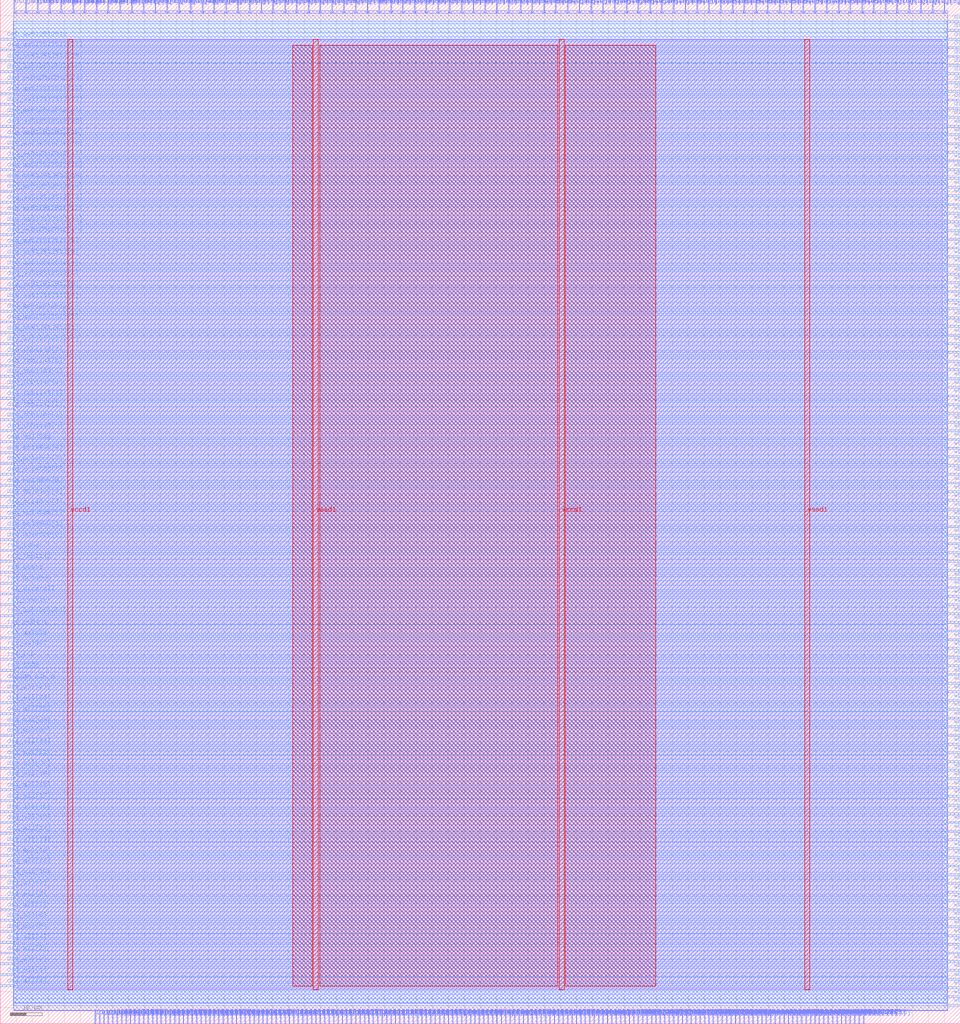
<source format=lef>
VERSION 5.7 ;
  NOWIREEXTENSIONATPIN ON ;
  DIVIDERCHAR "/" ;
  BUSBITCHARS "[]" ;
MACRO multiplexer
  CLASS BLOCK ;
  FOREIGN multiplexer ;
  ORIGIN 0.000 0.000 ;
  SIZE 300.000 BY 320.000 ;
  PIN design_clk_o
    DIRECTION OUTPUT TRISTATE ;
    USE SIGNAL ;
    PORT
      LAYER met3 ;
        RECT 0.000 106.800 4.000 107.400 ;
    END
  END design_clk_o
  PIN dsi_all[0]
    DIRECTION OUTPUT TRISTATE ;
    USE SIGNAL ;
    PORT
      LAYER met3 ;
        RECT 0.000 11.600 4.000 12.200 ;
    END
  END dsi_all[0]
  PIN dsi_all[10]
    DIRECTION OUTPUT TRISTATE ;
    USE SIGNAL ;
    PORT
      LAYER met3 ;
        RECT 0.000 45.600 4.000 46.200 ;
    END
  END dsi_all[10]
  PIN dsi_all[11]
    DIRECTION OUTPUT TRISTATE ;
    USE SIGNAL ;
    PORT
      LAYER met3 ;
        RECT 0.000 49.000 4.000 49.600 ;
    END
  END dsi_all[11]
  PIN dsi_all[12]
    DIRECTION OUTPUT TRISTATE ;
    USE SIGNAL ;
    PORT
      LAYER met3 ;
        RECT 0.000 52.400 4.000 53.000 ;
    END
  END dsi_all[12]
  PIN dsi_all[13]
    DIRECTION OUTPUT TRISTATE ;
    USE SIGNAL ;
    PORT
      LAYER met3 ;
        RECT 0.000 55.800 4.000 56.400 ;
    END
  END dsi_all[13]
  PIN dsi_all[14]
    DIRECTION OUTPUT TRISTATE ;
    USE SIGNAL ;
    PORT
      LAYER met3 ;
        RECT 0.000 59.200 4.000 59.800 ;
    END
  END dsi_all[14]
  PIN dsi_all[15]
    DIRECTION OUTPUT TRISTATE ;
    USE SIGNAL ;
    PORT
      LAYER met3 ;
        RECT 0.000 62.600 4.000 63.200 ;
    END
  END dsi_all[15]
  PIN dsi_all[16]
    DIRECTION OUTPUT TRISTATE ;
    USE SIGNAL ;
    PORT
      LAYER met3 ;
        RECT 0.000 66.000 4.000 66.600 ;
    END
  END dsi_all[16]
  PIN dsi_all[17]
    DIRECTION OUTPUT TRISTATE ;
    USE SIGNAL ;
    PORT
      LAYER met3 ;
        RECT 0.000 69.400 4.000 70.000 ;
    END
  END dsi_all[17]
  PIN dsi_all[18]
    DIRECTION OUTPUT TRISTATE ;
    USE SIGNAL ;
    PORT
      LAYER met3 ;
        RECT 0.000 72.800 4.000 73.400 ;
    END
  END dsi_all[18]
  PIN dsi_all[19]
    DIRECTION OUTPUT TRISTATE ;
    USE SIGNAL ;
    PORT
      LAYER met3 ;
        RECT 0.000 76.200 4.000 76.800 ;
    END
  END dsi_all[19]
  PIN dsi_all[1]
    DIRECTION OUTPUT TRISTATE ;
    USE SIGNAL ;
    PORT
      LAYER met3 ;
        RECT 0.000 15.000 4.000 15.600 ;
    END
  END dsi_all[1]
  PIN dsi_all[20]
    DIRECTION OUTPUT TRISTATE ;
    USE SIGNAL ;
    PORT
      LAYER met3 ;
        RECT 0.000 79.600 4.000 80.200 ;
    END
  END dsi_all[20]
  PIN dsi_all[21]
    DIRECTION OUTPUT TRISTATE ;
    USE SIGNAL ;
    PORT
      LAYER met3 ;
        RECT 0.000 83.000 4.000 83.600 ;
    END
  END dsi_all[21]
  PIN dsi_all[22]
    DIRECTION OUTPUT TRISTATE ;
    USE SIGNAL ;
    PORT
      LAYER met3 ;
        RECT 0.000 86.400 4.000 87.000 ;
    END
  END dsi_all[22]
  PIN dsi_all[23]
    DIRECTION OUTPUT TRISTATE ;
    USE SIGNAL ;
    PORT
      LAYER met3 ;
        RECT 0.000 89.800 4.000 90.400 ;
    END
  END dsi_all[23]
  PIN dsi_all[24]
    DIRECTION OUTPUT TRISTATE ;
    USE SIGNAL ;
    PORT
      LAYER met3 ;
        RECT 0.000 93.200 4.000 93.800 ;
    END
  END dsi_all[24]
  PIN dsi_all[25]
    DIRECTION OUTPUT TRISTATE ;
    USE SIGNAL ;
    PORT
      LAYER met3 ;
        RECT 0.000 96.600 4.000 97.200 ;
    END
  END dsi_all[25]
  PIN dsi_all[26]
    DIRECTION OUTPUT TRISTATE ;
    USE SIGNAL ;
    PORT
      LAYER met3 ;
        RECT 0.000 100.000 4.000 100.600 ;
    END
  END dsi_all[26]
  PIN dsi_all[27]
    DIRECTION OUTPUT TRISTATE ;
    USE SIGNAL ;
    PORT
      LAYER met3 ;
        RECT 0.000 103.400 4.000 104.000 ;
    END
  END dsi_all[27]
  PIN dsi_all[2]
    DIRECTION OUTPUT TRISTATE ;
    USE SIGNAL ;
    PORT
      LAYER met3 ;
        RECT 0.000 18.400 4.000 19.000 ;
    END
  END dsi_all[2]
  PIN dsi_all[3]
    DIRECTION OUTPUT TRISTATE ;
    USE SIGNAL ;
    PORT
      LAYER met3 ;
        RECT 0.000 21.800 4.000 22.400 ;
    END
  END dsi_all[3]
  PIN dsi_all[4]
    DIRECTION OUTPUT TRISTATE ;
    USE SIGNAL ;
    PORT
      LAYER met3 ;
        RECT 0.000 25.200 4.000 25.800 ;
    END
  END dsi_all[4]
  PIN dsi_all[5]
    DIRECTION OUTPUT TRISTATE ;
    USE SIGNAL ;
    PORT
      LAYER met3 ;
        RECT 0.000 28.600 4.000 29.200 ;
    END
  END dsi_all[5]
  PIN dsi_all[6]
    DIRECTION OUTPUT TRISTATE ;
    USE SIGNAL ;
    PORT
      LAYER met3 ;
        RECT 0.000 32.000 4.000 32.600 ;
    END
  END dsi_all[6]
  PIN dsi_all[7]
    DIRECTION OUTPUT TRISTATE ;
    USE SIGNAL ;
    PORT
      LAYER met3 ;
        RECT 0.000 35.400 4.000 36.000 ;
    END
  END dsi_all[7]
  PIN dsi_all[8]
    DIRECTION OUTPUT TRISTATE ;
    USE SIGNAL ;
    PORT
      LAYER met3 ;
        RECT 0.000 38.800 4.000 39.400 ;
    END
  END dsi_all[8]
  PIN dsi_all[9]
    DIRECTION OUTPUT TRISTATE ;
    USE SIGNAL ;
    PORT
      LAYER met3 ;
        RECT 0.000 42.200 4.000 42.800 ;
    END
  END dsi_all[9]
  PIN dso_6502[0]
    DIRECTION INPUT ;
    USE SIGNAL ;
    PORT
      LAYER met2 ;
        RECT 193.750 0.000 194.030 4.000 ;
    END
  END dso_6502[0]
  PIN dso_6502[10]
    DIRECTION INPUT ;
    USE SIGNAL ;
    PORT
      LAYER met2 ;
        RECT 207.550 0.000 207.830 4.000 ;
    END
  END dso_6502[10]
  PIN dso_6502[11]
    DIRECTION INPUT ;
    USE SIGNAL ;
    PORT
      LAYER met2 ;
        RECT 208.930 0.000 209.210 4.000 ;
    END
  END dso_6502[11]
  PIN dso_6502[12]
    DIRECTION INPUT ;
    USE SIGNAL ;
    PORT
      LAYER met2 ;
        RECT 210.310 0.000 210.590 4.000 ;
    END
  END dso_6502[12]
  PIN dso_6502[13]
    DIRECTION INPUT ;
    USE SIGNAL ;
    PORT
      LAYER met2 ;
        RECT 211.690 0.000 211.970 4.000 ;
    END
  END dso_6502[13]
  PIN dso_6502[14]
    DIRECTION INPUT ;
    USE SIGNAL ;
    PORT
      LAYER met2 ;
        RECT 213.070 0.000 213.350 4.000 ;
    END
  END dso_6502[14]
  PIN dso_6502[15]
    DIRECTION INPUT ;
    USE SIGNAL ;
    PORT
      LAYER met2 ;
        RECT 214.450 0.000 214.730 4.000 ;
    END
  END dso_6502[15]
  PIN dso_6502[16]
    DIRECTION INPUT ;
    USE SIGNAL ;
    PORT
      LAYER met2 ;
        RECT 215.830 0.000 216.110 4.000 ;
    END
  END dso_6502[16]
  PIN dso_6502[17]
    DIRECTION INPUT ;
    USE SIGNAL ;
    PORT
      LAYER met2 ;
        RECT 217.210 0.000 217.490 4.000 ;
    END
  END dso_6502[17]
  PIN dso_6502[18]
    DIRECTION INPUT ;
    USE SIGNAL ;
    PORT
      LAYER met2 ;
        RECT 218.590 0.000 218.870 4.000 ;
    END
  END dso_6502[18]
  PIN dso_6502[19]
    DIRECTION INPUT ;
    USE SIGNAL ;
    PORT
      LAYER met2 ;
        RECT 219.970 0.000 220.250 4.000 ;
    END
  END dso_6502[19]
  PIN dso_6502[1]
    DIRECTION INPUT ;
    USE SIGNAL ;
    PORT
      LAYER met2 ;
        RECT 195.130 0.000 195.410 4.000 ;
    END
  END dso_6502[1]
  PIN dso_6502[20]
    DIRECTION INPUT ;
    USE SIGNAL ;
    PORT
      LAYER met2 ;
        RECT 221.350 0.000 221.630 4.000 ;
    END
  END dso_6502[20]
  PIN dso_6502[21]
    DIRECTION INPUT ;
    USE SIGNAL ;
    PORT
      LAYER met2 ;
        RECT 222.730 0.000 223.010 4.000 ;
    END
  END dso_6502[21]
  PIN dso_6502[22]
    DIRECTION INPUT ;
    USE SIGNAL ;
    PORT
      LAYER met2 ;
        RECT 224.110 0.000 224.390 4.000 ;
    END
  END dso_6502[22]
  PIN dso_6502[23]
    DIRECTION INPUT ;
    USE SIGNAL ;
    PORT
      LAYER met2 ;
        RECT 225.490 0.000 225.770 4.000 ;
    END
  END dso_6502[23]
  PIN dso_6502[24]
    DIRECTION INPUT ;
    USE SIGNAL ;
    PORT
      LAYER met2 ;
        RECT 226.870 0.000 227.150 4.000 ;
    END
  END dso_6502[24]
  PIN dso_6502[25]
    DIRECTION INPUT ;
    USE SIGNAL ;
    PORT
      LAYER met2 ;
        RECT 228.250 0.000 228.530 4.000 ;
    END
  END dso_6502[25]
  PIN dso_6502[26]
    DIRECTION INPUT ;
    USE SIGNAL ;
    PORT
      LAYER met2 ;
        RECT 229.630 0.000 229.910 4.000 ;
    END
  END dso_6502[26]
  PIN dso_6502[2]
    DIRECTION INPUT ;
    USE SIGNAL ;
    PORT
      LAYER met2 ;
        RECT 196.510 0.000 196.790 4.000 ;
    END
  END dso_6502[2]
  PIN dso_6502[3]
    DIRECTION INPUT ;
    USE SIGNAL ;
    PORT
      LAYER met2 ;
        RECT 197.890 0.000 198.170 4.000 ;
    END
  END dso_6502[3]
  PIN dso_6502[4]
    DIRECTION INPUT ;
    USE SIGNAL ;
    PORT
      LAYER met2 ;
        RECT 199.270 0.000 199.550 4.000 ;
    END
  END dso_6502[4]
  PIN dso_6502[5]
    DIRECTION INPUT ;
    USE SIGNAL ;
    PORT
      LAYER met2 ;
        RECT 200.650 0.000 200.930 4.000 ;
    END
  END dso_6502[5]
  PIN dso_6502[6]
    DIRECTION INPUT ;
    USE SIGNAL ;
    PORT
      LAYER met2 ;
        RECT 202.030 0.000 202.310 4.000 ;
    END
  END dso_6502[6]
  PIN dso_6502[7]
    DIRECTION INPUT ;
    USE SIGNAL ;
    PORT
      LAYER met2 ;
        RECT 203.410 0.000 203.690 4.000 ;
    END
  END dso_6502[7]
  PIN dso_6502[8]
    DIRECTION INPUT ;
    USE SIGNAL ;
    PORT
      LAYER met2 ;
        RECT 204.790 0.000 205.070 4.000 ;
    END
  END dso_6502[8]
  PIN dso_6502[9]
    DIRECTION INPUT ;
    USE SIGNAL ;
    PORT
      LAYER met2 ;
        RECT 206.170 0.000 206.450 4.000 ;
    END
  END dso_6502[9]
  PIN dso_LCD[0]
    DIRECTION INPUT ;
    USE SIGNAL ;
    PORT
      LAYER met2 ;
        RECT 269.190 316.000 269.470 320.000 ;
    END
  END dso_LCD[0]
  PIN dso_LCD[1]
    DIRECTION INPUT ;
    USE SIGNAL ;
    PORT
      LAYER met2 ;
        RECT 272.870 316.000 273.150 320.000 ;
    END
  END dso_LCD[1]
  PIN dso_LCD[2]
    DIRECTION INPUT ;
    USE SIGNAL ;
    PORT
      LAYER met2 ;
        RECT 276.550 316.000 276.830 320.000 ;
    END
  END dso_LCD[2]
  PIN dso_LCD[3]
    DIRECTION INPUT ;
    USE SIGNAL ;
    PORT
      LAYER met2 ;
        RECT 280.230 316.000 280.510 320.000 ;
    END
  END dso_LCD[3]
  PIN dso_LCD[4]
    DIRECTION INPUT ;
    USE SIGNAL ;
    PORT
      LAYER met2 ;
        RECT 283.910 316.000 284.190 320.000 ;
    END
  END dso_LCD[4]
  PIN dso_LCD[5]
    DIRECTION INPUT ;
    USE SIGNAL ;
    PORT
      LAYER met2 ;
        RECT 287.590 316.000 287.870 320.000 ;
    END
  END dso_LCD[5]
  PIN dso_LCD[6]
    DIRECTION INPUT ;
    USE SIGNAL ;
    PORT
      LAYER met2 ;
        RECT 291.270 316.000 291.550 320.000 ;
    END
  END dso_LCD[6]
  PIN dso_LCD[7]
    DIRECTION INPUT ;
    USE SIGNAL ;
    PORT
      LAYER met2 ;
        RECT 294.950 316.000 295.230 320.000 ;
    END
  END dso_LCD[7]
  PIN dso_as1802[0]
    DIRECTION INPUT ;
    USE SIGNAL ;
    PORT
      LAYER met2 ;
        RECT 231.010 0.000 231.290 4.000 ;
    END
  END dso_as1802[0]
  PIN dso_as1802[10]
    DIRECTION INPUT ;
    USE SIGNAL ;
    PORT
      LAYER met2 ;
        RECT 244.810 0.000 245.090 4.000 ;
    END
  END dso_as1802[10]
  PIN dso_as1802[11]
    DIRECTION INPUT ;
    USE SIGNAL ;
    PORT
      LAYER met2 ;
        RECT 246.190 0.000 246.470 4.000 ;
    END
  END dso_as1802[11]
  PIN dso_as1802[12]
    DIRECTION INPUT ;
    USE SIGNAL ;
    PORT
      LAYER met2 ;
        RECT 247.570 0.000 247.850 4.000 ;
    END
  END dso_as1802[12]
  PIN dso_as1802[13]
    DIRECTION INPUT ;
    USE SIGNAL ;
    PORT
      LAYER met2 ;
        RECT 248.950 0.000 249.230 4.000 ;
    END
  END dso_as1802[13]
  PIN dso_as1802[14]
    DIRECTION INPUT ;
    USE SIGNAL ;
    PORT
      LAYER met2 ;
        RECT 250.330 0.000 250.610 4.000 ;
    END
  END dso_as1802[14]
  PIN dso_as1802[15]
    DIRECTION INPUT ;
    USE SIGNAL ;
    PORT
      LAYER met2 ;
        RECT 251.710 0.000 251.990 4.000 ;
    END
  END dso_as1802[15]
  PIN dso_as1802[16]
    DIRECTION INPUT ;
    USE SIGNAL ;
    PORT
      LAYER met2 ;
        RECT 253.090 0.000 253.370 4.000 ;
    END
  END dso_as1802[16]
  PIN dso_as1802[17]
    DIRECTION INPUT ;
    USE SIGNAL ;
    PORT
      LAYER met2 ;
        RECT 254.470 0.000 254.750 4.000 ;
    END
  END dso_as1802[17]
  PIN dso_as1802[18]
    DIRECTION INPUT ;
    USE SIGNAL ;
    PORT
      LAYER met2 ;
        RECT 255.850 0.000 256.130 4.000 ;
    END
  END dso_as1802[18]
  PIN dso_as1802[19]
    DIRECTION INPUT ;
    USE SIGNAL ;
    PORT
      LAYER met2 ;
        RECT 257.230 0.000 257.510 4.000 ;
    END
  END dso_as1802[19]
  PIN dso_as1802[1]
    DIRECTION INPUT ;
    USE SIGNAL ;
    PORT
      LAYER met2 ;
        RECT 232.390 0.000 232.670 4.000 ;
    END
  END dso_as1802[1]
  PIN dso_as1802[20]
    DIRECTION INPUT ;
    USE SIGNAL ;
    PORT
      LAYER met2 ;
        RECT 258.610 0.000 258.890 4.000 ;
    END
  END dso_as1802[20]
  PIN dso_as1802[21]
    DIRECTION INPUT ;
    USE SIGNAL ;
    PORT
      LAYER met2 ;
        RECT 259.990 0.000 260.270 4.000 ;
    END
  END dso_as1802[21]
  PIN dso_as1802[22]
    DIRECTION INPUT ;
    USE SIGNAL ;
    PORT
      LAYER met2 ;
        RECT 261.370 0.000 261.650 4.000 ;
    END
  END dso_as1802[22]
  PIN dso_as1802[23]
    DIRECTION INPUT ;
    USE SIGNAL ;
    PORT
      LAYER met2 ;
        RECT 262.750 0.000 263.030 4.000 ;
    END
  END dso_as1802[23]
  PIN dso_as1802[24]
    DIRECTION INPUT ;
    USE SIGNAL ;
    PORT
      LAYER met2 ;
        RECT 264.130 0.000 264.410 4.000 ;
    END
  END dso_as1802[24]
  PIN dso_as1802[25]
    DIRECTION INPUT ;
    USE SIGNAL ;
    PORT
      LAYER met2 ;
        RECT 265.510 0.000 265.790 4.000 ;
    END
  END dso_as1802[25]
  PIN dso_as1802[26]
    DIRECTION INPUT ;
    USE SIGNAL ;
    PORT
      LAYER met2 ;
        RECT 266.890 0.000 267.170 4.000 ;
    END
  END dso_as1802[26]
  PIN dso_as1802[2]
    DIRECTION INPUT ;
    USE SIGNAL ;
    PORT
      LAYER met2 ;
        RECT 233.770 0.000 234.050 4.000 ;
    END
  END dso_as1802[2]
  PIN dso_as1802[3]
    DIRECTION INPUT ;
    USE SIGNAL ;
    PORT
      LAYER met2 ;
        RECT 235.150 0.000 235.430 4.000 ;
    END
  END dso_as1802[3]
  PIN dso_as1802[4]
    DIRECTION INPUT ;
    USE SIGNAL ;
    PORT
      LAYER met2 ;
        RECT 236.530 0.000 236.810 4.000 ;
    END
  END dso_as1802[4]
  PIN dso_as1802[5]
    DIRECTION INPUT ;
    USE SIGNAL ;
    PORT
      LAYER met2 ;
        RECT 237.910 0.000 238.190 4.000 ;
    END
  END dso_as1802[5]
  PIN dso_as1802[6]
    DIRECTION INPUT ;
    USE SIGNAL ;
    PORT
      LAYER met2 ;
        RECT 239.290 0.000 239.570 4.000 ;
    END
  END dso_as1802[6]
  PIN dso_as1802[7]
    DIRECTION INPUT ;
    USE SIGNAL ;
    PORT
      LAYER met2 ;
        RECT 240.670 0.000 240.950 4.000 ;
    END
  END dso_as1802[7]
  PIN dso_as1802[8]
    DIRECTION INPUT ;
    USE SIGNAL ;
    PORT
      LAYER met2 ;
        RECT 242.050 0.000 242.330 4.000 ;
    END
  END dso_as1802[8]
  PIN dso_as1802[9]
    DIRECTION INPUT ;
    USE SIGNAL ;
    PORT
      LAYER met2 ;
        RECT 243.430 0.000 243.710 4.000 ;
    END
  END dso_as1802[9]
  PIN dso_as2650[0]
    DIRECTION INPUT ;
    USE SIGNAL ;
    PORT
      LAYER met2 ;
        RECT 66.790 316.000 67.070 320.000 ;
    END
  END dso_as2650[0]
  PIN dso_as2650[10]
    DIRECTION INPUT ;
    USE SIGNAL ;
    PORT
      LAYER met2 ;
        RECT 103.590 316.000 103.870 320.000 ;
    END
  END dso_as2650[10]
  PIN dso_as2650[11]
    DIRECTION INPUT ;
    USE SIGNAL ;
    PORT
      LAYER met2 ;
        RECT 107.270 316.000 107.550 320.000 ;
    END
  END dso_as2650[11]
  PIN dso_as2650[12]
    DIRECTION INPUT ;
    USE SIGNAL ;
    PORT
      LAYER met2 ;
        RECT 110.950 316.000 111.230 320.000 ;
    END
  END dso_as2650[12]
  PIN dso_as2650[13]
    DIRECTION INPUT ;
    USE SIGNAL ;
    PORT
      LAYER met2 ;
        RECT 114.630 316.000 114.910 320.000 ;
    END
  END dso_as2650[13]
  PIN dso_as2650[14]
    DIRECTION INPUT ;
    USE SIGNAL ;
    PORT
      LAYER met2 ;
        RECT 118.310 316.000 118.590 320.000 ;
    END
  END dso_as2650[14]
  PIN dso_as2650[15]
    DIRECTION INPUT ;
    USE SIGNAL ;
    PORT
      LAYER met2 ;
        RECT 121.990 316.000 122.270 320.000 ;
    END
  END dso_as2650[15]
  PIN dso_as2650[16]
    DIRECTION INPUT ;
    USE SIGNAL ;
    PORT
      LAYER met2 ;
        RECT 125.670 316.000 125.950 320.000 ;
    END
  END dso_as2650[16]
  PIN dso_as2650[17]
    DIRECTION INPUT ;
    USE SIGNAL ;
    PORT
      LAYER met2 ;
        RECT 129.350 316.000 129.630 320.000 ;
    END
  END dso_as2650[17]
  PIN dso_as2650[18]
    DIRECTION INPUT ;
    USE SIGNAL ;
    PORT
      LAYER met2 ;
        RECT 133.030 316.000 133.310 320.000 ;
    END
  END dso_as2650[18]
  PIN dso_as2650[19]
    DIRECTION INPUT ;
    USE SIGNAL ;
    PORT
      LAYER met2 ;
        RECT 136.710 316.000 136.990 320.000 ;
    END
  END dso_as2650[19]
  PIN dso_as2650[1]
    DIRECTION INPUT ;
    USE SIGNAL ;
    PORT
      LAYER met2 ;
        RECT 70.470 316.000 70.750 320.000 ;
    END
  END dso_as2650[1]
  PIN dso_as2650[20]
    DIRECTION INPUT ;
    USE SIGNAL ;
    PORT
      LAYER met2 ;
        RECT 140.390 316.000 140.670 320.000 ;
    END
  END dso_as2650[20]
  PIN dso_as2650[21]
    DIRECTION INPUT ;
    USE SIGNAL ;
    PORT
      LAYER met2 ;
        RECT 144.070 316.000 144.350 320.000 ;
    END
  END dso_as2650[21]
  PIN dso_as2650[22]
    DIRECTION INPUT ;
    USE SIGNAL ;
    PORT
      LAYER met2 ;
        RECT 147.750 316.000 148.030 320.000 ;
    END
  END dso_as2650[22]
  PIN dso_as2650[23]
    DIRECTION INPUT ;
    USE SIGNAL ;
    PORT
      LAYER met2 ;
        RECT 151.430 316.000 151.710 320.000 ;
    END
  END dso_as2650[23]
  PIN dso_as2650[24]
    DIRECTION INPUT ;
    USE SIGNAL ;
    PORT
      LAYER met2 ;
        RECT 155.110 316.000 155.390 320.000 ;
    END
  END dso_as2650[24]
  PIN dso_as2650[25]
    DIRECTION INPUT ;
    USE SIGNAL ;
    PORT
      LAYER met2 ;
        RECT 158.790 316.000 159.070 320.000 ;
    END
  END dso_as2650[25]
  PIN dso_as2650[26]
    DIRECTION INPUT ;
    USE SIGNAL ;
    PORT
      LAYER met2 ;
        RECT 162.470 316.000 162.750 320.000 ;
    END
  END dso_as2650[26]
  PIN dso_as2650[2]
    DIRECTION INPUT ;
    USE SIGNAL ;
    PORT
      LAYER met2 ;
        RECT 74.150 316.000 74.430 320.000 ;
    END
  END dso_as2650[2]
  PIN dso_as2650[3]
    DIRECTION INPUT ;
    USE SIGNAL ;
    PORT
      LAYER met2 ;
        RECT 77.830 316.000 78.110 320.000 ;
    END
  END dso_as2650[3]
  PIN dso_as2650[4]
    DIRECTION INPUT ;
    USE SIGNAL ;
    PORT
      LAYER met2 ;
        RECT 81.510 316.000 81.790 320.000 ;
    END
  END dso_as2650[4]
  PIN dso_as2650[5]
    DIRECTION INPUT ;
    USE SIGNAL ;
    PORT
      LAYER met2 ;
        RECT 85.190 316.000 85.470 320.000 ;
    END
  END dso_as2650[5]
  PIN dso_as2650[6]
    DIRECTION INPUT ;
    USE SIGNAL ;
    PORT
      LAYER met2 ;
        RECT 88.870 316.000 89.150 320.000 ;
    END
  END dso_as2650[6]
  PIN dso_as2650[7]
    DIRECTION INPUT ;
    USE SIGNAL ;
    PORT
      LAYER met2 ;
        RECT 92.550 316.000 92.830 320.000 ;
    END
  END dso_as2650[7]
  PIN dso_as2650[8]
    DIRECTION INPUT ;
    USE SIGNAL ;
    PORT
      LAYER met2 ;
        RECT 96.230 316.000 96.510 320.000 ;
    END
  END dso_as2650[8]
  PIN dso_as2650[9]
    DIRECTION INPUT ;
    USE SIGNAL ;
    PORT
      LAYER met2 ;
        RECT 99.910 316.000 100.190 320.000 ;
    END
  END dso_as2650[9]
  PIN dso_as512512512[0]
    DIRECTION INPUT ;
    USE SIGNAL ;
    PORT
      LAYER met3 ;
        RECT 0.000 212.200 4.000 212.800 ;
    END
  END dso_as512512512[0]
  PIN dso_as512512512[10]
    DIRECTION INPUT ;
    USE SIGNAL ;
    PORT
      LAYER met3 ;
        RECT 0.000 246.200 4.000 246.800 ;
    END
  END dso_as512512512[10]
  PIN dso_as512512512[11]
    DIRECTION INPUT ;
    USE SIGNAL ;
    PORT
      LAYER met3 ;
        RECT 0.000 249.600 4.000 250.200 ;
    END
  END dso_as512512512[11]
  PIN dso_as512512512[12]
    DIRECTION INPUT ;
    USE SIGNAL ;
    PORT
      LAYER met3 ;
        RECT 0.000 253.000 4.000 253.600 ;
    END
  END dso_as512512512[12]
  PIN dso_as512512512[13]
    DIRECTION INPUT ;
    USE SIGNAL ;
    PORT
      LAYER met3 ;
        RECT 0.000 256.400 4.000 257.000 ;
    END
  END dso_as512512512[13]
  PIN dso_as512512512[14]
    DIRECTION INPUT ;
    USE SIGNAL ;
    PORT
      LAYER met3 ;
        RECT 0.000 259.800 4.000 260.400 ;
    END
  END dso_as512512512[14]
  PIN dso_as512512512[15]
    DIRECTION INPUT ;
    USE SIGNAL ;
    PORT
      LAYER met3 ;
        RECT 0.000 263.200 4.000 263.800 ;
    END
  END dso_as512512512[15]
  PIN dso_as512512512[16]
    DIRECTION INPUT ;
    USE SIGNAL ;
    PORT
      LAYER met3 ;
        RECT 0.000 266.600 4.000 267.200 ;
    END
  END dso_as512512512[16]
  PIN dso_as512512512[17]
    DIRECTION INPUT ;
    USE SIGNAL ;
    PORT
      LAYER met3 ;
        RECT 0.000 270.000 4.000 270.600 ;
    END
  END dso_as512512512[17]
  PIN dso_as512512512[18]
    DIRECTION INPUT ;
    USE SIGNAL ;
    PORT
      LAYER met3 ;
        RECT 0.000 273.400 4.000 274.000 ;
    END
  END dso_as512512512[18]
  PIN dso_as512512512[19]
    DIRECTION INPUT ;
    USE SIGNAL ;
    PORT
      LAYER met3 ;
        RECT 0.000 276.800 4.000 277.400 ;
    END
  END dso_as512512512[19]
  PIN dso_as512512512[1]
    DIRECTION INPUT ;
    USE SIGNAL ;
    PORT
      LAYER met3 ;
        RECT 0.000 215.600 4.000 216.200 ;
    END
  END dso_as512512512[1]
  PIN dso_as512512512[20]
    DIRECTION INPUT ;
    USE SIGNAL ;
    PORT
      LAYER met3 ;
        RECT 0.000 280.200 4.000 280.800 ;
    END
  END dso_as512512512[20]
  PIN dso_as512512512[21]
    DIRECTION INPUT ;
    USE SIGNAL ;
    PORT
      LAYER met3 ;
        RECT 0.000 283.600 4.000 284.200 ;
    END
  END dso_as512512512[21]
  PIN dso_as512512512[22]
    DIRECTION INPUT ;
    USE SIGNAL ;
    PORT
      LAYER met3 ;
        RECT 0.000 287.000 4.000 287.600 ;
    END
  END dso_as512512512[22]
  PIN dso_as512512512[23]
    DIRECTION INPUT ;
    USE SIGNAL ;
    PORT
      LAYER met3 ;
        RECT 0.000 290.400 4.000 291.000 ;
    END
  END dso_as512512512[23]
  PIN dso_as512512512[24]
    DIRECTION INPUT ;
    USE SIGNAL ;
    PORT
      LAYER met3 ;
        RECT 0.000 293.800 4.000 294.400 ;
    END
  END dso_as512512512[24]
  PIN dso_as512512512[25]
    DIRECTION INPUT ;
    USE SIGNAL ;
    PORT
      LAYER met3 ;
        RECT 0.000 297.200 4.000 297.800 ;
    END
  END dso_as512512512[25]
  PIN dso_as512512512[26]
    DIRECTION INPUT ;
    USE SIGNAL ;
    PORT
      LAYER met3 ;
        RECT 0.000 300.600 4.000 301.200 ;
    END
  END dso_as512512512[26]
  PIN dso_as512512512[27]
    DIRECTION INPUT ;
    USE SIGNAL ;
    PORT
      LAYER met3 ;
        RECT 0.000 304.000 4.000 304.600 ;
    END
  END dso_as512512512[27]
  PIN dso_as512512512[2]
    DIRECTION INPUT ;
    USE SIGNAL ;
    PORT
      LAYER met3 ;
        RECT 0.000 219.000 4.000 219.600 ;
    END
  END dso_as512512512[2]
  PIN dso_as512512512[3]
    DIRECTION INPUT ;
    USE SIGNAL ;
    PORT
      LAYER met3 ;
        RECT 0.000 222.400 4.000 223.000 ;
    END
  END dso_as512512512[3]
  PIN dso_as512512512[4]
    DIRECTION INPUT ;
    USE SIGNAL ;
    PORT
      LAYER met3 ;
        RECT 0.000 225.800 4.000 226.400 ;
    END
  END dso_as512512512[4]
  PIN dso_as512512512[5]
    DIRECTION INPUT ;
    USE SIGNAL ;
    PORT
      LAYER met3 ;
        RECT 0.000 229.200 4.000 229.800 ;
    END
  END dso_as512512512[5]
  PIN dso_as512512512[6]
    DIRECTION INPUT ;
    USE SIGNAL ;
    PORT
      LAYER met3 ;
        RECT 0.000 232.600 4.000 233.200 ;
    END
  END dso_as512512512[6]
  PIN dso_as512512512[7]
    DIRECTION INPUT ;
    USE SIGNAL ;
    PORT
      LAYER met3 ;
        RECT 0.000 236.000 4.000 236.600 ;
    END
  END dso_as512512512[7]
  PIN dso_as512512512[8]
    DIRECTION INPUT ;
    USE SIGNAL ;
    PORT
      LAYER met3 ;
        RECT 0.000 239.400 4.000 240.000 ;
    END
  END dso_as512512512[8]
  PIN dso_as512512512[9]
    DIRECTION INPUT ;
    USE SIGNAL ;
    PORT
      LAYER met3 ;
        RECT 0.000 242.800 4.000 243.400 ;
    END
  END dso_as512512512[9]
  PIN dso_as5401[0]
    DIRECTION INPUT ;
    USE SIGNAL ;
    PORT
      LAYER met2 ;
        RECT 166.150 316.000 166.430 320.000 ;
    END
  END dso_as5401[0]
  PIN dso_as5401[10]
    DIRECTION INPUT ;
    USE SIGNAL ;
    PORT
      LAYER met2 ;
        RECT 202.950 316.000 203.230 320.000 ;
    END
  END dso_as5401[10]
  PIN dso_as5401[11]
    DIRECTION INPUT ;
    USE SIGNAL ;
    PORT
      LAYER met2 ;
        RECT 206.630 316.000 206.910 320.000 ;
    END
  END dso_as5401[11]
  PIN dso_as5401[12]
    DIRECTION INPUT ;
    USE SIGNAL ;
    PORT
      LAYER met2 ;
        RECT 210.310 316.000 210.590 320.000 ;
    END
  END dso_as5401[12]
  PIN dso_as5401[13]
    DIRECTION INPUT ;
    USE SIGNAL ;
    PORT
      LAYER met2 ;
        RECT 213.990 316.000 214.270 320.000 ;
    END
  END dso_as5401[13]
  PIN dso_as5401[14]
    DIRECTION INPUT ;
    USE SIGNAL ;
    PORT
      LAYER met2 ;
        RECT 217.670 316.000 217.950 320.000 ;
    END
  END dso_as5401[14]
  PIN dso_as5401[15]
    DIRECTION INPUT ;
    USE SIGNAL ;
    PORT
      LAYER met2 ;
        RECT 221.350 316.000 221.630 320.000 ;
    END
  END dso_as5401[15]
  PIN dso_as5401[16]
    DIRECTION INPUT ;
    USE SIGNAL ;
    PORT
      LAYER met2 ;
        RECT 225.030 316.000 225.310 320.000 ;
    END
  END dso_as5401[16]
  PIN dso_as5401[17]
    DIRECTION INPUT ;
    USE SIGNAL ;
    PORT
      LAYER met2 ;
        RECT 228.710 316.000 228.990 320.000 ;
    END
  END dso_as5401[17]
  PIN dso_as5401[18]
    DIRECTION INPUT ;
    USE SIGNAL ;
    PORT
      LAYER met2 ;
        RECT 232.390 316.000 232.670 320.000 ;
    END
  END dso_as5401[18]
  PIN dso_as5401[19]
    DIRECTION INPUT ;
    USE SIGNAL ;
    PORT
      LAYER met2 ;
        RECT 236.070 316.000 236.350 320.000 ;
    END
  END dso_as5401[19]
  PIN dso_as5401[1]
    DIRECTION INPUT ;
    USE SIGNAL ;
    PORT
      LAYER met2 ;
        RECT 169.830 316.000 170.110 320.000 ;
    END
  END dso_as5401[1]
  PIN dso_as5401[20]
    DIRECTION INPUT ;
    USE SIGNAL ;
    PORT
      LAYER met2 ;
        RECT 239.750 316.000 240.030 320.000 ;
    END
  END dso_as5401[20]
  PIN dso_as5401[21]
    DIRECTION INPUT ;
    USE SIGNAL ;
    PORT
      LAYER met2 ;
        RECT 243.430 316.000 243.710 320.000 ;
    END
  END dso_as5401[21]
  PIN dso_as5401[22]
    DIRECTION INPUT ;
    USE SIGNAL ;
    PORT
      LAYER met2 ;
        RECT 247.110 316.000 247.390 320.000 ;
    END
  END dso_as5401[22]
  PIN dso_as5401[23]
    DIRECTION INPUT ;
    USE SIGNAL ;
    PORT
      LAYER met2 ;
        RECT 250.790 316.000 251.070 320.000 ;
    END
  END dso_as5401[23]
  PIN dso_as5401[24]
    DIRECTION INPUT ;
    USE SIGNAL ;
    PORT
      LAYER met2 ;
        RECT 254.470 316.000 254.750 320.000 ;
    END
  END dso_as5401[24]
  PIN dso_as5401[25]
    DIRECTION INPUT ;
    USE SIGNAL ;
    PORT
      LAYER met2 ;
        RECT 258.150 316.000 258.430 320.000 ;
    END
  END dso_as5401[25]
  PIN dso_as5401[26]
    DIRECTION INPUT ;
    USE SIGNAL ;
    PORT
      LAYER met2 ;
        RECT 261.830 316.000 262.110 320.000 ;
    END
  END dso_as5401[26]
  PIN dso_as5401[2]
    DIRECTION INPUT ;
    USE SIGNAL ;
    PORT
      LAYER met2 ;
        RECT 173.510 316.000 173.790 320.000 ;
    END
  END dso_as5401[2]
  PIN dso_as5401[3]
    DIRECTION INPUT ;
    USE SIGNAL ;
    PORT
      LAYER met2 ;
        RECT 177.190 316.000 177.470 320.000 ;
    END
  END dso_as5401[3]
  PIN dso_as5401[4]
    DIRECTION INPUT ;
    USE SIGNAL ;
    PORT
      LAYER met2 ;
        RECT 180.870 316.000 181.150 320.000 ;
    END
  END dso_as5401[4]
  PIN dso_as5401[5]
    DIRECTION INPUT ;
    USE SIGNAL ;
    PORT
      LAYER met2 ;
        RECT 184.550 316.000 184.830 320.000 ;
    END
  END dso_as5401[5]
  PIN dso_as5401[6]
    DIRECTION INPUT ;
    USE SIGNAL ;
    PORT
      LAYER met2 ;
        RECT 188.230 316.000 188.510 320.000 ;
    END
  END dso_as5401[6]
  PIN dso_as5401[7]
    DIRECTION INPUT ;
    USE SIGNAL ;
    PORT
      LAYER met2 ;
        RECT 191.910 316.000 192.190 320.000 ;
    END
  END dso_as5401[7]
  PIN dso_as5401[8]
    DIRECTION INPUT ;
    USE SIGNAL ;
    PORT
      LAYER met2 ;
        RECT 195.590 316.000 195.870 320.000 ;
    END
  END dso_as5401[8]
  PIN dso_as5401[9]
    DIRECTION INPUT ;
    USE SIGNAL ;
    PORT
      LAYER met2 ;
        RECT 199.270 316.000 199.550 320.000 ;
    END
  END dso_as5401[9]
  PIN dso_counter[0]
    DIRECTION INPUT ;
    USE SIGNAL ;
    PORT
      LAYER met3 ;
        RECT 296.000 282.920 300.000 283.520 ;
    END
  END dso_counter[0]
  PIN dso_counter[10]
    DIRECTION INPUT ;
    USE SIGNAL ;
    PORT
      LAYER met3 ;
        RECT 296.000 310.120 300.000 310.720 ;
    END
  END dso_counter[10]
  PIN dso_counter[11]
    DIRECTION INPUT ;
    USE SIGNAL ;
    PORT
      LAYER met3 ;
        RECT 296.000 312.840 300.000 313.440 ;
    END
  END dso_counter[11]
  PIN dso_counter[1]
    DIRECTION INPUT ;
    USE SIGNAL ;
    PORT
      LAYER met3 ;
        RECT 296.000 285.640 300.000 286.240 ;
    END
  END dso_counter[1]
  PIN dso_counter[2]
    DIRECTION INPUT ;
    USE SIGNAL ;
    PORT
      LAYER met3 ;
        RECT 296.000 288.360 300.000 288.960 ;
    END
  END dso_counter[2]
  PIN dso_counter[3]
    DIRECTION INPUT ;
    USE SIGNAL ;
    PORT
      LAYER met3 ;
        RECT 296.000 291.080 300.000 291.680 ;
    END
  END dso_counter[3]
  PIN dso_counter[4]
    DIRECTION INPUT ;
    USE SIGNAL ;
    PORT
      LAYER met3 ;
        RECT 296.000 293.800 300.000 294.400 ;
    END
  END dso_counter[4]
  PIN dso_counter[5]
    DIRECTION INPUT ;
    USE SIGNAL ;
    PORT
      LAYER met3 ;
        RECT 296.000 296.520 300.000 297.120 ;
    END
  END dso_counter[5]
  PIN dso_counter[6]
    DIRECTION INPUT ;
    USE SIGNAL ;
    PORT
      LAYER met3 ;
        RECT 296.000 299.240 300.000 299.840 ;
    END
  END dso_counter[6]
  PIN dso_counter[7]
    DIRECTION INPUT ;
    USE SIGNAL ;
    PORT
      LAYER met3 ;
        RECT 296.000 301.960 300.000 302.560 ;
    END
  END dso_counter[7]
  PIN dso_counter[8]
    DIRECTION INPUT ;
    USE SIGNAL ;
    PORT
      LAYER met3 ;
        RECT 296.000 304.680 300.000 305.280 ;
    END
  END dso_counter[8]
  PIN dso_counter[9]
    DIRECTION INPUT ;
    USE SIGNAL ;
    PORT
      LAYER met3 ;
        RECT 296.000 307.400 300.000 308.000 ;
    END
  END dso_counter[9]
  PIN dso_diceroll[0]
    DIRECTION INPUT ;
    USE SIGNAL ;
    PORT
      LAYER met2 ;
        RECT 33.670 316.000 33.950 320.000 ;
    END
  END dso_diceroll[0]
  PIN dso_diceroll[1]
    DIRECTION INPUT ;
    USE SIGNAL ;
    PORT
      LAYER met2 ;
        RECT 37.350 316.000 37.630 320.000 ;
    END
  END dso_diceroll[1]
  PIN dso_diceroll[2]
    DIRECTION INPUT ;
    USE SIGNAL ;
    PORT
      LAYER met2 ;
        RECT 41.030 316.000 41.310 320.000 ;
    END
  END dso_diceroll[2]
  PIN dso_diceroll[3]
    DIRECTION INPUT ;
    USE SIGNAL ;
    PORT
      LAYER met2 ;
        RECT 44.710 316.000 44.990 320.000 ;
    END
  END dso_diceroll[3]
  PIN dso_diceroll[4]
    DIRECTION INPUT ;
    USE SIGNAL ;
    PORT
      LAYER met2 ;
        RECT 48.390 316.000 48.670 320.000 ;
    END
  END dso_diceroll[4]
  PIN dso_diceroll[5]
    DIRECTION INPUT ;
    USE SIGNAL ;
    PORT
      LAYER met2 ;
        RECT 52.070 316.000 52.350 320.000 ;
    END
  END dso_diceroll[5]
  PIN dso_diceroll[6]
    DIRECTION INPUT ;
    USE SIGNAL ;
    PORT
      LAYER met2 ;
        RECT 55.750 316.000 56.030 320.000 ;
    END
  END dso_diceroll[6]
  PIN dso_diceroll[7]
    DIRECTION INPUT ;
    USE SIGNAL ;
    PORT
      LAYER met2 ;
        RECT 59.430 316.000 59.710 320.000 ;
    END
  END dso_diceroll[7]
  PIN dso_mc14500[0]
    DIRECTION INPUT ;
    USE SIGNAL ;
    PORT
      LAYER met3 ;
        RECT 0.000 151.000 4.000 151.600 ;
    END
  END dso_mc14500[0]
  PIN dso_mc14500[1]
    DIRECTION INPUT ;
    USE SIGNAL ;
    PORT
      LAYER met3 ;
        RECT 0.000 154.400 4.000 155.000 ;
    END
  END dso_mc14500[1]
  PIN dso_mc14500[2]
    DIRECTION INPUT ;
    USE SIGNAL ;
    PORT
      LAYER met3 ;
        RECT 0.000 157.800 4.000 158.400 ;
    END
  END dso_mc14500[2]
  PIN dso_mc14500[3]
    DIRECTION INPUT ;
    USE SIGNAL ;
    PORT
      LAYER met3 ;
        RECT 0.000 161.200 4.000 161.800 ;
    END
  END dso_mc14500[3]
  PIN dso_mc14500[4]
    DIRECTION INPUT ;
    USE SIGNAL ;
    PORT
      LAYER met3 ;
        RECT 0.000 164.600 4.000 165.200 ;
    END
  END dso_mc14500[4]
  PIN dso_mc14500[5]
    DIRECTION INPUT ;
    USE SIGNAL ;
    PORT
      LAYER met3 ;
        RECT 0.000 168.000 4.000 168.600 ;
    END
  END dso_mc14500[5]
  PIN dso_mc14500[6]
    DIRECTION INPUT ;
    USE SIGNAL ;
    PORT
      LAYER met3 ;
        RECT 0.000 171.400 4.000 172.000 ;
    END
  END dso_mc14500[6]
  PIN dso_mc14500[7]
    DIRECTION INPUT ;
    USE SIGNAL ;
    PORT
      LAYER met3 ;
        RECT 0.000 174.800 4.000 175.400 ;
    END
  END dso_mc14500[7]
  PIN dso_mc14500[8]
    DIRECTION INPUT ;
    USE SIGNAL ;
    PORT
      LAYER met3 ;
        RECT 0.000 178.200 4.000 178.800 ;
    END
  END dso_mc14500[8]
  PIN dso_multiplier[0]
    DIRECTION INPUT ;
    USE SIGNAL ;
    PORT
      LAYER met2 ;
        RECT 4.230 316.000 4.510 320.000 ;
    END
  END dso_multiplier[0]
  PIN dso_multiplier[1]
    DIRECTION INPUT ;
    USE SIGNAL ;
    PORT
      LAYER met2 ;
        RECT 7.910 316.000 8.190 320.000 ;
    END
  END dso_multiplier[1]
  PIN dso_multiplier[2]
    DIRECTION INPUT ;
    USE SIGNAL ;
    PORT
      LAYER met2 ;
        RECT 11.590 316.000 11.870 320.000 ;
    END
  END dso_multiplier[2]
  PIN dso_multiplier[3]
    DIRECTION INPUT ;
    USE SIGNAL ;
    PORT
      LAYER met2 ;
        RECT 15.270 316.000 15.550 320.000 ;
    END
  END dso_multiplier[3]
  PIN dso_multiplier[4]
    DIRECTION INPUT ;
    USE SIGNAL ;
    PORT
      LAYER met2 ;
        RECT 18.950 316.000 19.230 320.000 ;
    END
  END dso_multiplier[4]
  PIN dso_multiplier[5]
    DIRECTION INPUT ;
    USE SIGNAL ;
    PORT
      LAYER met2 ;
        RECT 22.630 316.000 22.910 320.000 ;
    END
  END dso_multiplier[5]
  PIN dso_multiplier[6]
    DIRECTION INPUT ;
    USE SIGNAL ;
    PORT
      LAYER met2 ;
        RECT 26.310 316.000 26.590 320.000 ;
    END
  END dso_multiplier[6]
  PIN dso_multiplier[7]
    DIRECTION INPUT ;
    USE SIGNAL ;
    PORT
      LAYER met2 ;
        RECT 29.990 316.000 30.270 320.000 ;
    END
  END dso_multiplier[7]
  PIN dso_posit[0]
    DIRECTION INPUT ;
    USE SIGNAL ;
    PORT
      LAYER met2 ;
        RECT 186.850 0.000 187.130 4.000 ;
    END
  END dso_posit[0]
  PIN dso_posit[1]
    DIRECTION INPUT ;
    USE SIGNAL ;
    PORT
      LAYER met2 ;
        RECT 188.230 0.000 188.510 4.000 ;
    END
  END dso_posit[1]
  PIN dso_posit[2]
    DIRECTION INPUT ;
    USE SIGNAL ;
    PORT
      LAYER met2 ;
        RECT 189.610 0.000 189.890 4.000 ;
    END
  END dso_posit[2]
  PIN dso_posit[3]
    DIRECTION INPUT ;
    USE SIGNAL ;
    PORT
      LAYER met2 ;
        RECT 190.990 0.000 191.270 4.000 ;
    END
  END dso_posit[3]
  PIN dso_tbb1143[0]
    DIRECTION INPUT ;
    USE SIGNAL ;
    PORT
      LAYER met3 ;
        RECT 0.000 185.000 4.000 185.600 ;
    END
  END dso_tbb1143[0]
  PIN dso_tbb1143[1]
    DIRECTION INPUT ;
    USE SIGNAL ;
    PORT
      LAYER met3 ;
        RECT 0.000 188.400 4.000 189.000 ;
    END
  END dso_tbb1143[1]
  PIN dso_tbb1143[2]
    DIRECTION INPUT ;
    USE SIGNAL ;
    PORT
      LAYER met3 ;
        RECT 0.000 191.800 4.000 192.400 ;
    END
  END dso_tbb1143[2]
  PIN dso_tbb1143[3]
    DIRECTION INPUT ;
    USE SIGNAL ;
    PORT
      LAYER met3 ;
        RECT 0.000 195.200 4.000 195.800 ;
    END
  END dso_tbb1143[3]
  PIN dso_tbb1143[4]
    DIRECTION INPUT ;
    USE SIGNAL ;
    PORT
      LAYER met3 ;
        RECT 0.000 198.600 4.000 199.200 ;
    END
  END dso_tbb1143[4]
  PIN dso_tbb1143[5]
    DIRECTION INPUT ;
    USE SIGNAL ;
    PORT
      LAYER met3 ;
        RECT 0.000 202.000 4.000 202.600 ;
    END
  END dso_tbb1143[5]
  PIN dso_tbb1143[6]
    DIRECTION INPUT ;
    USE SIGNAL ;
    PORT
      LAYER met3 ;
        RECT 0.000 205.400 4.000 206.000 ;
    END
  END dso_tbb1143[6]
  PIN dso_tbb1143[7]
    DIRECTION INPUT ;
    USE SIGNAL ;
    PORT
      LAYER met3 ;
        RECT 0.000 208.800 4.000 209.400 ;
    END
  END dso_tbb1143[7]
  PIN dso_tune
    DIRECTION INPUT ;
    USE SIGNAL ;
    PORT
      LAYER met2 ;
        RECT 269.650 0.000 269.930 4.000 ;
    END
  END dso_tune
  PIN io_in[0]
    DIRECTION INPUT ;
    USE SIGNAL ;
    PORT
      LAYER met2 ;
        RECT 29.530 0.000 29.810 4.000 ;
    END
  END io_in[0]
  PIN io_in[10]
    DIRECTION INPUT ;
    USE SIGNAL ;
    PORT
      LAYER met2 ;
        RECT 43.330 0.000 43.610 4.000 ;
    END
  END io_in[10]
  PIN io_in[11]
    DIRECTION INPUT ;
    USE SIGNAL ;
    PORT
      LAYER met2 ;
        RECT 44.710 0.000 44.990 4.000 ;
    END
  END io_in[11]
  PIN io_in[12]
    DIRECTION INPUT ;
    USE SIGNAL ;
    PORT
      LAYER met2 ;
        RECT 46.090 0.000 46.370 4.000 ;
    END
  END io_in[12]
  PIN io_in[13]
    DIRECTION INPUT ;
    USE SIGNAL ;
    PORT
      LAYER met2 ;
        RECT 47.470 0.000 47.750 4.000 ;
    END
  END io_in[13]
  PIN io_in[14]
    DIRECTION INPUT ;
    USE SIGNAL ;
    PORT
      LAYER met2 ;
        RECT 48.850 0.000 49.130 4.000 ;
    END
  END io_in[14]
  PIN io_in[15]
    DIRECTION INPUT ;
    USE SIGNAL ;
    PORT
      LAYER met2 ;
        RECT 50.230 0.000 50.510 4.000 ;
    END
  END io_in[15]
  PIN io_in[16]
    DIRECTION INPUT ;
    USE SIGNAL ;
    PORT
      LAYER met2 ;
        RECT 51.610 0.000 51.890 4.000 ;
    END
  END io_in[16]
  PIN io_in[17]
    DIRECTION INPUT ;
    USE SIGNAL ;
    PORT
      LAYER met2 ;
        RECT 52.990 0.000 53.270 4.000 ;
    END
  END io_in[17]
  PIN io_in[18]
    DIRECTION INPUT ;
    USE SIGNAL ;
    PORT
      LAYER met2 ;
        RECT 54.370 0.000 54.650 4.000 ;
    END
  END io_in[18]
  PIN io_in[19]
    DIRECTION INPUT ;
    USE SIGNAL ;
    PORT
      LAYER met2 ;
        RECT 55.750 0.000 56.030 4.000 ;
    END
  END io_in[19]
  PIN io_in[1]
    DIRECTION INPUT ;
    USE SIGNAL ;
    PORT
      LAYER met2 ;
        RECT 30.910 0.000 31.190 4.000 ;
    END
  END io_in[1]
  PIN io_in[20]
    DIRECTION INPUT ;
    USE SIGNAL ;
    PORT
      LAYER met2 ;
        RECT 57.130 0.000 57.410 4.000 ;
    END
  END io_in[20]
  PIN io_in[21]
    DIRECTION INPUT ;
    USE SIGNAL ;
    PORT
      LAYER met2 ;
        RECT 58.510 0.000 58.790 4.000 ;
    END
  END io_in[21]
  PIN io_in[22]
    DIRECTION INPUT ;
    USE SIGNAL ;
    PORT
      LAYER met2 ;
        RECT 59.890 0.000 60.170 4.000 ;
    END
  END io_in[22]
  PIN io_in[23]
    DIRECTION INPUT ;
    USE SIGNAL ;
    PORT
      LAYER met2 ;
        RECT 61.270 0.000 61.550 4.000 ;
    END
  END io_in[23]
  PIN io_in[24]
    DIRECTION INPUT ;
    USE SIGNAL ;
    PORT
      LAYER met2 ;
        RECT 62.650 0.000 62.930 4.000 ;
    END
  END io_in[24]
  PIN io_in[25]
    DIRECTION INPUT ;
    USE SIGNAL ;
    PORT
      LAYER met2 ;
        RECT 64.030 0.000 64.310 4.000 ;
    END
  END io_in[25]
  PIN io_in[26]
    DIRECTION INPUT ;
    USE SIGNAL ;
    PORT
      LAYER met2 ;
        RECT 65.410 0.000 65.690 4.000 ;
    END
  END io_in[26]
  PIN io_in[27]
    DIRECTION INPUT ;
    USE SIGNAL ;
    PORT
      LAYER met2 ;
        RECT 66.790 0.000 67.070 4.000 ;
    END
  END io_in[27]
  PIN io_in[28]
    DIRECTION INPUT ;
    USE SIGNAL ;
    PORT
      LAYER met2 ;
        RECT 68.170 0.000 68.450 4.000 ;
    END
  END io_in[28]
  PIN io_in[29]
    DIRECTION INPUT ;
    USE SIGNAL ;
    PORT
      LAYER met2 ;
        RECT 69.550 0.000 69.830 4.000 ;
    END
  END io_in[29]
  PIN io_in[2]
    DIRECTION INPUT ;
    USE SIGNAL ;
    PORT
      LAYER met2 ;
        RECT 32.290 0.000 32.570 4.000 ;
    END
  END io_in[2]
  PIN io_in[30]
    DIRECTION INPUT ;
    USE SIGNAL ;
    PORT
      LAYER met2 ;
        RECT 70.930 0.000 71.210 4.000 ;
    END
  END io_in[30]
  PIN io_in[31]
    DIRECTION INPUT ;
    USE SIGNAL ;
    PORT
      LAYER met2 ;
        RECT 72.310 0.000 72.590 4.000 ;
    END
  END io_in[31]
  PIN io_in[32]
    DIRECTION INPUT ;
    USE SIGNAL ;
    PORT
      LAYER met2 ;
        RECT 73.690 0.000 73.970 4.000 ;
    END
  END io_in[32]
  PIN io_in[33]
    DIRECTION INPUT ;
    USE SIGNAL ;
    PORT
      LAYER met2 ;
        RECT 75.070 0.000 75.350 4.000 ;
    END
  END io_in[33]
  PIN io_in[34]
    DIRECTION INPUT ;
    USE SIGNAL ;
    PORT
      LAYER met2 ;
        RECT 76.450 0.000 76.730 4.000 ;
    END
  END io_in[34]
  PIN io_in[35]
    DIRECTION INPUT ;
    USE SIGNAL ;
    PORT
      LAYER met2 ;
        RECT 77.830 0.000 78.110 4.000 ;
    END
  END io_in[35]
  PIN io_in[36]
    DIRECTION INPUT ;
    USE SIGNAL ;
    PORT
      LAYER met2 ;
        RECT 79.210 0.000 79.490 4.000 ;
    END
  END io_in[36]
  PIN io_in[37]
    DIRECTION INPUT ;
    USE SIGNAL ;
    PORT
      LAYER met2 ;
        RECT 80.590 0.000 80.870 4.000 ;
    END
  END io_in[37]
  PIN io_in[3]
    DIRECTION INPUT ;
    USE SIGNAL ;
    PORT
      LAYER met2 ;
        RECT 33.670 0.000 33.950 4.000 ;
    END
  END io_in[3]
  PIN io_in[4]
    DIRECTION INPUT ;
    USE SIGNAL ;
    PORT
      LAYER met2 ;
        RECT 35.050 0.000 35.330 4.000 ;
    END
  END io_in[4]
  PIN io_in[5]
    DIRECTION INPUT ;
    USE SIGNAL ;
    PORT
      LAYER met2 ;
        RECT 36.430 0.000 36.710 4.000 ;
    END
  END io_in[5]
  PIN io_in[6]
    DIRECTION INPUT ;
    USE SIGNAL ;
    PORT
      LAYER met2 ;
        RECT 37.810 0.000 38.090 4.000 ;
    END
  END io_in[6]
  PIN io_in[7]
    DIRECTION INPUT ;
    USE SIGNAL ;
    PORT
      LAYER met2 ;
        RECT 39.190 0.000 39.470 4.000 ;
    END
  END io_in[7]
  PIN io_in[8]
    DIRECTION INPUT ;
    USE SIGNAL ;
    PORT
      LAYER met2 ;
        RECT 40.570 0.000 40.850 4.000 ;
    END
  END io_in[8]
  PIN io_in[9]
    DIRECTION INPUT ;
    USE SIGNAL ;
    PORT
      LAYER met2 ;
        RECT 41.950 0.000 42.230 4.000 ;
    END
  END io_in[9]
  PIN io_oeb[0]
    DIRECTION OUTPUT TRISTATE ;
    USE SIGNAL ;
    PORT
      LAYER met2 ;
        RECT 134.410 0.000 134.690 4.000 ;
    END
  END io_oeb[0]
  PIN io_oeb[10]
    DIRECTION OUTPUT TRISTATE ;
    USE SIGNAL ;
    PORT
      LAYER met2 ;
        RECT 148.210 0.000 148.490 4.000 ;
    END
  END io_oeb[10]
  PIN io_oeb[11]
    DIRECTION OUTPUT TRISTATE ;
    USE SIGNAL ;
    PORT
      LAYER met2 ;
        RECT 149.590 0.000 149.870 4.000 ;
    END
  END io_oeb[11]
  PIN io_oeb[12]
    DIRECTION OUTPUT TRISTATE ;
    USE SIGNAL ;
    PORT
      LAYER met2 ;
        RECT 150.970 0.000 151.250 4.000 ;
    END
  END io_oeb[12]
  PIN io_oeb[13]
    DIRECTION OUTPUT TRISTATE ;
    USE SIGNAL ;
    PORT
      LAYER met2 ;
        RECT 152.350 0.000 152.630 4.000 ;
    END
  END io_oeb[13]
  PIN io_oeb[14]
    DIRECTION OUTPUT TRISTATE ;
    USE SIGNAL ;
    PORT
      LAYER met2 ;
        RECT 153.730 0.000 154.010 4.000 ;
    END
  END io_oeb[14]
  PIN io_oeb[15]
    DIRECTION OUTPUT TRISTATE ;
    USE SIGNAL ;
    PORT
      LAYER met2 ;
        RECT 155.110 0.000 155.390 4.000 ;
    END
  END io_oeb[15]
  PIN io_oeb[16]
    DIRECTION OUTPUT TRISTATE ;
    USE SIGNAL ;
    PORT
      LAYER met2 ;
        RECT 156.490 0.000 156.770 4.000 ;
    END
  END io_oeb[16]
  PIN io_oeb[17]
    DIRECTION OUTPUT TRISTATE ;
    USE SIGNAL ;
    PORT
      LAYER met2 ;
        RECT 157.870 0.000 158.150 4.000 ;
    END
  END io_oeb[17]
  PIN io_oeb[18]
    DIRECTION OUTPUT TRISTATE ;
    USE SIGNAL ;
    PORT
      LAYER met2 ;
        RECT 159.250 0.000 159.530 4.000 ;
    END
  END io_oeb[18]
  PIN io_oeb[19]
    DIRECTION OUTPUT TRISTATE ;
    USE SIGNAL ;
    PORT
      LAYER met2 ;
        RECT 160.630 0.000 160.910 4.000 ;
    END
  END io_oeb[19]
  PIN io_oeb[1]
    DIRECTION OUTPUT TRISTATE ;
    USE SIGNAL ;
    PORT
      LAYER met2 ;
        RECT 135.790 0.000 136.070 4.000 ;
    END
  END io_oeb[1]
  PIN io_oeb[20]
    DIRECTION OUTPUT TRISTATE ;
    USE SIGNAL ;
    PORT
      LAYER met2 ;
        RECT 162.010 0.000 162.290 4.000 ;
    END
  END io_oeb[20]
  PIN io_oeb[21]
    DIRECTION OUTPUT TRISTATE ;
    USE SIGNAL ;
    PORT
      LAYER met2 ;
        RECT 163.390 0.000 163.670 4.000 ;
    END
  END io_oeb[21]
  PIN io_oeb[22]
    DIRECTION OUTPUT TRISTATE ;
    USE SIGNAL ;
    PORT
      LAYER met2 ;
        RECT 164.770 0.000 165.050 4.000 ;
    END
  END io_oeb[22]
  PIN io_oeb[23]
    DIRECTION OUTPUT TRISTATE ;
    USE SIGNAL ;
    PORT
      LAYER met2 ;
        RECT 166.150 0.000 166.430 4.000 ;
    END
  END io_oeb[23]
  PIN io_oeb[24]
    DIRECTION OUTPUT TRISTATE ;
    USE SIGNAL ;
    PORT
      LAYER met2 ;
        RECT 167.530 0.000 167.810 4.000 ;
    END
  END io_oeb[24]
  PIN io_oeb[25]
    DIRECTION OUTPUT TRISTATE ;
    USE SIGNAL ;
    PORT
      LAYER met2 ;
        RECT 168.910 0.000 169.190 4.000 ;
    END
  END io_oeb[25]
  PIN io_oeb[26]
    DIRECTION OUTPUT TRISTATE ;
    USE SIGNAL ;
    PORT
      LAYER met2 ;
        RECT 170.290 0.000 170.570 4.000 ;
    END
  END io_oeb[26]
  PIN io_oeb[27]
    DIRECTION OUTPUT TRISTATE ;
    USE SIGNAL ;
    PORT
      LAYER met2 ;
        RECT 171.670 0.000 171.950 4.000 ;
    END
  END io_oeb[27]
  PIN io_oeb[28]
    DIRECTION OUTPUT TRISTATE ;
    USE SIGNAL ;
    PORT
      LAYER met2 ;
        RECT 173.050 0.000 173.330 4.000 ;
    END
  END io_oeb[28]
  PIN io_oeb[29]
    DIRECTION OUTPUT TRISTATE ;
    USE SIGNAL ;
    PORT
      LAYER met2 ;
        RECT 174.430 0.000 174.710 4.000 ;
    END
  END io_oeb[29]
  PIN io_oeb[2]
    DIRECTION OUTPUT TRISTATE ;
    USE SIGNAL ;
    PORT
      LAYER met2 ;
        RECT 137.170 0.000 137.450 4.000 ;
    END
  END io_oeb[2]
  PIN io_oeb[30]
    DIRECTION OUTPUT TRISTATE ;
    USE SIGNAL ;
    PORT
      LAYER met2 ;
        RECT 175.810 0.000 176.090 4.000 ;
    END
  END io_oeb[30]
  PIN io_oeb[31]
    DIRECTION OUTPUT TRISTATE ;
    USE SIGNAL ;
    PORT
      LAYER met2 ;
        RECT 177.190 0.000 177.470 4.000 ;
    END
  END io_oeb[31]
  PIN io_oeb[32]
    DIRECTION OUTPUT TRISTATE ;
    USE SIGNAL ;
    PORT
      LAYER met2 ;
        RECT 178.570 0.000 178.850 4.000 ;
    END
  END io_oeb[32]
  PIN io_oeb[33]
    DIRECTION OUTPUT TRISTATE ;
    USE SIGNAL ;
    PORT
      LAYER met2 ;
        RECT 179.950 0.000 180.230 4.000 ;
    END
  END io_oeb[33]
  PIN io_oeb[34]
    DIRECTION OUTPUT TRISTATE ;
    USE SIGNAL ;
    PORT
      LAYER met2 ;
        RECT 181.330 0.000 181.610 4.000 ;
    END
  END io_oeb[34]
  PIN io_oeb[35]
    DIRECTION OUTPUT TRISTATE ;
    USE SIGNAL ;
    PORT
      LAYER met2 ;
        RECT 182.710 0.000 182.990 4.000 ;
    END
  END io_oeb[35]
  PIN io_oeb[36]
    DIRECTION OUTPUT TRISTATE ;
    USE SIGNAL ;
    PORT
      LAYER met2 ;
        RECT 184.090 0.000 184.370 4.000 ;
    END
  END io_oeb[36]
  PIN io_oeb[37]
    DIRECTION OUTPUT TRISTATE ;
    USE SIGNAL ;
    PORT
      LAYER met2 ;
        RECT 185.470 0.000 185.750 4.000 ;
    END
  END io_oeb[37]
  PIN io_oeb[3]
    DIRECTION OUTPUT TRISTATE ;
    USE SIGNAL ;
    PORT
      LAYER met2 ;
        RECT 138.550 0.000 138.830 4.000 ;
    END
  END io_oeb[3]
  PIN io_oeb[4]
    DIRECTION OUTPUT TRISTATE ;
    USE SIGNAL ;
    PORT
      LAYER met2 ;
        RECT 139.930 0.000 140.210 4.000 ;
    END
  END io_oeb[4]
  PIN io_oeb[5]
    DIRECTION OUTPUT TRISTATE ;
    USE SIGNAL ;
    PORT
      LAYER met2 ;
        RECT 141.310 0.000 141.590 4.000 ;
    END
  END io_oeb[5]
  PIN io_oeb[6]
    DIRECTION OUTPUT TRISTATE ;
    USE SIGNAL ;
    PORT
      LAYER met2 ;
        RECT 142.690 0.000 142.970 4.000 ;
    END
  END io_oeb[6]
  PIN io_oeb[7]
    DIRECTION OUTPUT TRISTATE ;
    USE SIGNAL ;
    PORT
      LAYER met2 ;
        RECT 144.070 0.000 144.350 4.000 ;
    END
  END io_oeb[7]
  PIN io_oeb[8]
    DIRECTION OUTPUT TRISTATE ;
    USE SIGNAL ;
    PORT
      LAYER met2 ;
        RECT 145.450 0.000 145.730 4.000 ;
    END
  END io_oeb[8]
  PIN io_oeb[9]
    DIRECTION OUTPUT TRISTATE ;
    USE SIGNAL ;
    PORT
      LAYER met2 ;
        RECT 146.830 0.000 147.110 4.000 ;
    END
  END io_oeb[9]
  PIN io_out[0]
    DIRECTION OUTPUT TRISTATE ;
    USE SIGNAL ;
    PORT
      LAYER met2 ;
        RECT 81.970 0.000 82.250 4.000 ;
    END
  END io_out[0]
  PIN io_out[10]
    DIRECTION OUTPUT TRISTATE ;
    USE SIGNAL ;
    PORT
      LAYER met2 ;
        RECT 95.770 0.000 96.050 4.000 ;
    END
  END io_out[10]
  PIN io_out[11]
    DIRECTION OUTPUT TRISTATE ;
    USE SIGNAL ;
    PORT
      LAYER met2 ;
        RECT 97.150 0.000 97.430 4.000 ;
    END
  END io_out[11]
  PIN io_out[12]
    DIRECTION OUTPUT TRISTATE ;
    USE SIGNAL ;
    PORT
      LAYER met2 ;
        RECT 98.530 0.000 98.810 4.000 ;
    END
  END io_out[12]
  PIN io_out[13]
    DIRECTION OUTPUT TRISTATE ;
    USE SIGNAL ;
    PORT
      LAYER met2 ;
        RECT 99.910 0.000 100.190 4.000 ;
    END
  END io_out[13]
  PIN io_out[14]
    DIRECTION OUTPUT TRISTATE ;
    USE SIGNAL ;
    PORT
      LAYER met2 ;
        RECT 101.290 0.000 101.570 4.000 ;
    END
  END io_out[14]
  PIN io_out[15]
    DIRECTION OUTPUT TRISTATE ;
    USE SIGNAL ;
    PORT
      LAYER met2 ;
        RECT 102.670 0.000 102.950 4.000 ;
    END
  END io_out[15]
  PIN io_out[16]
    DIRECTION OUTPUT TRISTATE ;
    USE SIGNAL ;
    PORT
      LAYER met2 ;
        RECT 104.050 0.000 104.330 4.000 ;
    END
  END io_out[16]
  PIN io_out[17]
    DIRECTION OUTPUT TRISTATE ;
    USE SIGNAL ;
    PORT
      LAYER met2 ;
        RECT 105.430 0.000 105.710 4.000 ;
    END
  END io_out[17]
  PIN io_out[18]
    DIRECTION OUTPUT TRISTATE ;
    USE SIGNAL ;
    PORT
      LAYER met2 ;
        RECT 106.810 0.000 107.090 4.000 ;
    END
  END io_out[18]
  PIN io_out[19]
    DIRECTION OUTPUT TRISTATE ;
    USE SIGNAL ;
    PORT
      LAYER met2 ;
        RECT 108.190 0.000 108.470 4.000 ;
    END
  END io_out[19]
  PIN io_out[1]
    DIRECTION OUTPUT TRISTATE ;
    USE SIGNAL ;
    PORT
      LAYER met2 ;
        RECT 83.350 0.000 83.630 4.000 ;
    END
  END io_out[1]
  PIN io_out[20]
    DIRECTION OUTPUT TRISTATE ;
    USE SIGNAL ;
    PORT
      LAYER met2 ;
        RECT 109.570 0.000 109.850 4.000 ;
    END
  END io_out[20]
  PIN io_out[21]
    DIRECTION OUTPUT TRISTATE ;
    USE SIGNAL ;
    PORT
      LAYER met2 ;
        RECT 110.950 0.000 111.230 4.000 ;
    END
  END io_out[21]
  PIN io_out[22]
    DIRECTION OUTPUT TRISTATE ;
    USE SIGNAL ;
    PORT
      LAYER met2 ;
        RECT 112.330 0.000 112.610 4.000 ;
    END
  END io_out[22]
  PIN io_out[23]
    DIRECTION OUTPUT TRISTATE ;
    USE SIGNAL ;
    PORT
      LAYER met2 ;
        RECT 113.710 0.000 113.990 4.000 ;
    END
  END io_out[23]
  PIN io_out[24]
    DIRECTION OUTPUT TRISTATE ;
    USE SIGNAL ;
    PORT
      LAYER met2 ;
        RECT 115.090 0.000 115.370 4.000 ;
    END
  END io_out[24]
  PIN io_out[25]
    DIRECTION OUTPUT TRISTATE ;
    USE SIGNAL ;
    PORT
      LAYER met2 ;
        RECT 116.470 0.000 116.750 4.000 ;
    END
  END io_out[25]
  PIN io_out[26]
    DIRECTION OUTPUT TRISTATE ;
    USE SIGNAL ;
    PORT
      LAYER met2 ;
        RECT 117.850 0.000 118.130 4.000 ;
    END
  END io_out[26]
  PIN io_out[27]
    DIRECTION OUTPUT TRISTATE ;
    USE SIGNAL ;
    PORT
      LAYER met2 ;
        RECT 119.230 0.000 119.510 4.000 ;
    END
  END io_out[27]
  PIN io_out[28]
    DIRECTION OUTPUT TRISTATE ;
    USE SIGNAL ;
    PORT
      LAYER met2 ;
        RECT 120.610 0.000 120.890 4.000 ;
    END
  END io_out[28]
  PIN io_out[29]
    DIRECTION OUTPUT TRISTATE ;
    USE SIGNAL ;
    PORT
      LAYER met2 ;
        RECT 121.990 0.000 122.270 4.000 ;
    END
  END io_out[29]
  PIN io_out[2]
    DIRECTION OUTPUT TRISTATE ;
    USE SIGNAL ;
    PORT
      LAYER met2 ;
        RECT 84.730 0.000 85.010 4.000 ;
    END
  END io_out[2]
  PIN io_out[30]
    DIRECTION OUTPUT TRISTATE ;
    USE SIGNAL ;
    PORT
      LAYER met2 ;
        RECT 123.370 0.000 123.650 4.000 ;
    END
  END io_out[30]
  PIN io_out[31]
    DIRECTION OUTPUT TRISTATE ;
    USE SIGNAL ;
    PORT
      LAYER met2 ;
        RECT 124.750 0.000 125.030 4.000 ;
    END
  END io_out[31]
  PIN io_out[32]
    DIRECTION OUTPUT TRISTATE ;
    USE SIGNAL ;
    PORT
      LAYER met2 ;
        RECT 126.130 0.000 126.410 4.000 ;
    END
  END io_out[32]
  PIN io_out[33]
    DIRECTION OUTPUT TRISTATE ;
    USE SIGNAL ;
    PORT
      LAYER met2 ;
        RECT 127.510 0.000 127.790 4.000 ;
    END
  END io_out[33]
  PIN io_out[34]
    DIRECTION OUTPUT TRISTATE ;
    USE SIGNAL ;
    PORT
      LAYER met2 ;
        RECT 128.890 0.000 129.170 4.000 ;
    END
  END io_out[34]
  PIN io_out[35]
    DIRECTION OUTPUT TRISTATE ;
    USE SIGNAL ;
    PORT
      LAYER met2 ;
        RECT 130.270 0.000 130.550 4.000 ;
    END
  END io_out[35]
  PIN io_out[36]
    DIRECTION OUTPUT TRISTATE ;
    USE SIGNAL ;
    PORT
      LAYER met2 ;
        RECT 131.650 0.000 131.930 4.000 ;
    END
  END io_out[36]
  PIN io_out[37]
    DIRECTION OUTPUT TRISTATE ;
    USE SIGNAL ;
    PORT
      LAYER met2 ;
        RECT 133.030 0.000 133.310 4.000 ;
    END
  END io_out[37]
  PIN io_out[3]
    DIRECTION OUTPUT TRISTATE ;
    USE SIGNAL ;
    PORT
      LAYER met2 ;
        RECT 86.110 0.000 86.390 4.000 ;
    END
  END io_out[3]
  PIN io_out[4]
    DIRECTION OUTPUT TRISTATE ;
    USE SIGNAL ;
    PORT
      LAYER met2 ;
        RECT 87.490 0.000 87.770 4.000 ;
    END
  END io_out[4]
  PIN io_out[5]
    DIRECTION OUTPUT TRISTATE ;
    USE SIGNAL ;
    PORT
      LAYER met2 ;
        RECT 88.870 0.000 89.150 4.000 ;
    END
  END io_out[5]
  PIN io_out[6]
    DIRECTION OUTPUT TRISTATE ;
    USE SIGNAL ;
    PORT
      LAYER met2 ;
        RECT 90.250 0.000 90.530 4.000 ;
    END
  END io_out[6]
  PIN io_out[7]
    DIRECTION OUTPUT TRISTATE ;
    USE SIGNAL ;
    PORT
      LAYER met2 ;
        RECT 91.630 0.000 91.910 4.000 ;
    END
  END io_out[7]
  PIN io_out[8]
    DIRECTION OUTPUT TRISTATE ;
    USE SIGNAL ;
    PORT
      LAYER met2 ;
        RECT 93.010 0.000 93.290 4.000 ;
    END
  END io_out[8]
  PIN io_out[9]
    DIRECTION OUTPUT TRISTATE ;
    USE SIGNAL ;
    PORT
      LAYER met2 ;
        RECT 94.390 0.000 94.670 4.000 ;
    END
  END io_out[9]
  PIN oeb_6502
    DIRECTION INPUT ;
    USE SIGNAL ;
    PORT
      LAYER met2 ;
        RECT 192.370 0.000 192.650 4.000 ;
    END
  END oeb_6502
  PIN oeb_as1802
    DIRECTION INPUT ;
    USE SIGNAL ;
    PORT
      LAYER met2 ;
        RECT 268.270 0.000 268.550 4.000 ;
    END
  END oeb_as1802
  PIN oeb_as2650
    DIRECTION INPUT ;
    USE SIGNAL ;
    PORT
      LAYER met2 ;
        RECT 63.110 316.000 63.390 320.000 ;
    END
  END oeb_as2650
  PIN oeb_as512512512
    DIRECTION INPUT ;
    USE SIGNAL ;
    PORT
      LAYER met3 ;
        RECT 0.000 307.400 4.000 308.000 ;
    END
  END oeb_as512512512
  PIN oeb_as5401
    DIRECTION INPUT ;
    USE SIGNAL ;
    PORT
      LAYER met2 ;
        RECT 265.510 316.000 265.790 320.000 ;
    END
  END oeb_as5401
  PIN oeb_mc14500
    DIRECTION INPUT ;
    USE SIGNAL ;
    PORT
      LAYER met3 ;
        RECT 0.000 181.600 4.000 182.200 ;
    END
  END oeb_mc14500
  PIN rst_6502
    DIRECTION OUTPUT TRISTATE ;
    USE SIGNAL ;
    PORT
      LAYER met3 ;
        RECT 0.000 110.200 4.000 110.800 ;
    END
  END rst_6502
  PIN rst_LCD
    DIRECTION OUTPUT TRISTATE ;
    USE SIGNAL ;
    PORT
      LAYER met3 ;
        RECT 0.000 113.600 4.000 114.200 ;
    END
  END rst_LCD
  PIN rst_as1802
    DIRECTION OUTPUT TRISTATE ;
    USE SIGNAL ;
    PORT
      LAYER met3 ;
        RECT 0.000 117.000 4.000 117.600 ;
    END
  END rst_as1802
  PIN rst_as2650
    DIRECTION OUTPUT TRISTATE ;
    USE SIGNAL ;
    PORT
      LAYER met3 ;
        RECT 0.000 120.400 4.000 121.000 ;
    END
  END rst_as2650
  PIN rst_as512512512
    DIRECTION OUTPUT TRISTATE ;
    USE SIGNAL ;
    PORT
      LAYER met3 ;
        RECT 0.000 127.200 4.000 127.800 ;
    END
  END rst_as512512512
  PIN rst_as5401
    DIRECTION OUTPUT TRISTATE ;
    USE SIGNAL ;
    PORT
      LAYER met3 ;
        RECT 0.000 123.800 4.000 124.400 ;
    END
  END rst_as5401
  PIN rst_counter
    DIRECTION OUTPUT TRISTATE ;
    USE SIGNAL ;
    PORT
      LAYER met3 ;
        RECT 0.000 130.600 4.000 131.200 ;
    END
  END rst_counter
  PIN rst_diceroll
    DIRECTION OUTPUT TRISTATE ;
    USE SIGNAL ;
    PORT
      LAYER met3 ;
        RECT 0.000 134.000 4.000 134.600 ;
    END
  END rst_diceroll
  PIN rst_mc14500
    DIRECTION OUTPUT TRISTATE ;
    USE SIGNAL ;
    PORT
      LAYER met3 ;
        RECT 0.000 137.400 4.000 138.000 ;
    END
  END rst_mc14500
  PIN rst_posit
    DIRECTION OUTPUT TRISTATE ;
    USE SIGNAL ;
    PORT
      LAYER met3 ;
        RECT 0.000 140.800 4.000 141.400 ;
    END
  END rst_posit
  PIN rst_tbb1143
    DIRECTION OUTPUT TRISTATE ;
    USE SIGNAL ;
    PORT
      LAYER met3 ;
        RECT 0.000 144.200 4.000 144.800 ;
    END
  END rst_tbb1143
  PIN rst_tune
    DIRECTION OUTPUT TRISTATE ;
    USE SIGNAL ;
    PORT
      LAYER met3 ;
        RECT 0.000 147.600 4.000 148.200 ;
    END
  END rst_tune
  PIN vccd1
    DIRECTION INOUT ;
    USE POWER ;
    PORT
      LAYER met4 ;
        RECT 21.040 10.640 22.640 307.600 ;
    END
    PORT
      LAYER met4 ;
        RECT 174.640 10.640 176.240 307.600 ;
    END
  END vccd1
  PIN vssd1
    DIRECTION INOUT ;
    USE GROUND ;
    PORT
      LAYER met4 ;
        RECT 97.840 10.640 99.440 307.600 ;
    END
    PORT
      LAYER met4 ;
        RECT 251.440 10.640 253.040 307.600 ;
    END
  END vssd1
  PIN wb_clk_i
    DIRECTION INPUT ;
    USE SIGNAL ;
    PORT
      LAYER met3 ;
        RECT 296.000 5.480 300.000 6.080 ;
    END
  END wb_clk_i
  PIN wb_rst_i
    DIRECTION INPUT ;
    USE SIGNAL ;
    PORT
      LAYER met3 ;
        RECT 296.000 8.200 300.000 8.800 ;
    END
  END wb_rst_i
  PIN wbs_ack_o
    DIRECTION OUTPUT TRISTATE ;
    USE SIGNAL ;
    PORT
      LAYER met3 ;
        RECT 296.000 10.920 300.000 11.520 ;
    END
  END wbs_ack_o
  PIN wbs_adr_i[0]
    DIRECTION INPUT ;
    USE SIGNAL ;
    PORT
      LAYER met3 ;
        RECT 296.000 21.800 300.000 22.400 ;
    END
  END wbs_adr_i[0]
  PIN wbs_adr_i[10]
    DIRECTION INPUT ;
    USE SIGNAL ;
    PORT
      LAYER met3 ;
        RECT 296.000 103.400 300.000 104.000 ;
    END
  END wbs_adr_i[10]
  PIN wbs_adr_i[11]
    DIRECTION INPUT ;
    USE SIGNAL ;
    PORT
      LAYER met3 ;
        RECT 296.000 111.560 300.000 112.160 ;
    END
  END wbs_adr_i[11]
  PIN wbs_adr_i[12]
    DIRECTION INPUT ;
    USE SIGNAL ;
    PORT
      LAYER met3 ;
        RECT 296.000 119.720 300.000 120.320 ;
    END
  END wbs_adr_i[12]
  PIN wbs_adr_i[13]
    DIRECTION INPUT ;
    USE SIGNAL ;
    PORT
      LAYER met3 ;
        RECT 296.000 127.880 300.000 128.480 ;
    END
  END wbs_adr_i[13]
  PIN wbs_adr_i[14]
    DIRECTION INPUT ;
    USE SIGNAL ;
    PORT
      LAYER met3 ;
        RECT 296.000 136.040 300.000 136.640 ;
    END
  END wbs_adr_i[14]
  PIN wbs_adr_i[15]
    DIRECTION INPUT ;
    USE SIGNAL ;
    PORT
      LAYER met3 ;
        RECT 296.000 144.200 300.000 144.800 ;
    END
  END wbs_adr_i[15]
  PIN wbs_adr_i[16]
    DIRECTION INPUT ;
    USE SIGNAL ;
    PORT
      LAYER met3 ;
        RECT 296.000 152.360 300.000 152.960 ;
    END
  END wbs_adr_i[16]
  PIN wbs_adr_i[17]
    DIRECTION INPUT ;
    USE SIGNAL ;
    PORT
      LAYER met3 ;
        RECT 296.000 160.520 300.000 161.120 ;
    END
  END wbs_adr_i[17]
  PIN wbs_adr_i[18]
    DIRECTION INPUT ;
    USE SIGNAL ;
    PORT
      LAYER met3 ;
        RECT 296.000 168.680 300.000 169.280 ;
    END
  END wbs_adr_i[18]
  PIN wbs_adr_i[19]
    DIRECTION INPUT ;
    USE SIGNAL ;
    PORT
      LAYER met3 ;
        RECT 296.000 176.840 300.000 177.440 ;
    END
  END wbs_adr_i[19]
  PIN wbs_adr_i[1]
    DIRECTION INPUT ;
    USE SIGNAL ;
    PORT
      LAYER met3 ;
        RECT 296.000 29.960 300.000 30.560 ;
    END
  END wbs_adr_i[1]
  PIN wbs_adr_i[20]
    DIRECTION INPUT ;
    USE SIGNAL ;
    PORT
      LAYER met3 ;
        RECT 296.000 185.000 300.000 185.600 ;
    END
  END wbs_adr_i[20]
  PIN wbs_adr_i[21]
    DIRECTION INPUT ;
    USE SIGNAL ;
    PORT
      LAYER met3 ;
        RECT 296.000 193.160 300.000 193.760 ;
    END
  END wbs_adr_i[21]
  PIN wbs_adr_i[22]
    DIRECTION INPUT ;
    USE SIGNAL ;
    PORT
      LAYER met3 ;
        RECT 296.000 201.320 300.000 201.920 ;
    END
  END wbs_adr_i[22]
  PIN wbs_adr_i[23]
    DIRECTION INPUT ;
    USE SIGNAL ;
    PORT
      LAYER met3 ;
        RECT 296.000 209.480 300.000 210.080 ;
    END
  END wbs_adr_i[23]
  PIN wbs_adr_i[24]
    DIRECTION INPUT ;
    USE SIGNAL ;
    PORT
      LAYER met3 ;
        RECT 296.000 217.640 300.000 218.240 ;
    END
  END wbs_adr_i[24]
  PIN wbs_adr_i[25]
    DIRECTION INPUT ;
    USE SIGNAL ;
    PORT
      LAYER met3 ;
        RECT 296.000 225.800 300.000 226.400 ;
    END
  END wbs_adr_i[25]
  PIN wbs_adr_i[26]
    DIRECTION INPUT ;
    USE SIGNAL ;
    PORT
      LAYER met3 ;
        RECT 296.000 233.960 300.000 234.560 ;
    END
  END wbs_adr_i[26]
  PIN wbs_adr_i[27]
    DIRECTION INPUT ;
    USE SIGNAL ;
    PORT
      LAYER met3 ;
        RECT 296.000 242.120 300.000 242.720 ;
    END
  END wbs_adr_i[27]
  PIN wbs_adr_i[28]
    DIRECTION INPUT ;
    USE SIGNAL ;
    PORT
      LAYER met3 ;
        RECT 296.000 250.280 300.000 250.880 ;
    END
  END wbs_adr_i[28]
  PIN wbs_adr_i[29]
    DIRECTION INPUT ;
    USE SIGNAL ;
    PORT
      LAYER met3 ;
        RECT 296.000 258.440 300.000 259.040 ;
    END
  END wbs_adr_i[29]
  PIN wbs_adr_i[2]
    DIRECTION INPUT ;
    USE SIGNAL ;
    PORT
      LAYER met3 ;
        RECT 296.000 38.120 300.000 38.720 ;
    END
  END wbs_adr_i[2]
  PIN wbs_adr_i[30]
    DIRECTION INPUT ;
    USE SIGNAL ;
    PORT
      LAYER met3 ;
        RECT 296.000 266.600 300.000 267.200 ;
    END
  END wbs_adr_i[30]
  PIN wbs_adr_i[31]
    DIRECTION INPUT ;
    USE SIGNAL ;
    PORT
      LAYER met3 ;
        RECT 296.000 274.760 300.000 275.360 ;
    END
  END wbs_adr_i[31]
  PIN wbs_adr_i[3]
    DIRECTION INPUT ;
    USE SIGNAL ;
    PORT
      LAYER met3 ;
        RECT 296.000 46.280 300.000 46.880 ;
    END
  END wbs_adr_i[3]
  PIN wbs_adr_i[4]
    DIRECTION INPUT ;
    USE SIGNAL ;
    PORT
      LAYER met3 ;
        RECT 296.000 54.440 300.000 55.040 ;
    END
  END wbs_adr_i[4]
  PIN wbs_adr_i[5]
    DIRECTION INPUT ;
    USE SIGNAL ;
    PORT
      LAYER met3 ;
        RECT 296.000 62.600 300.000 63.200 ;
    END
  END wbs_adr_i[5]
  PIN wbs_adr_i[6]
    DIRECTION INPUT ;
    USE SIGNAL ;
    PORT
      LAYER met3 ;
        RECT 296.000 70.760 300.000 71.360 ;
    END
  END wbs_adr_i[6]
  PIN wbs_adr_i[7]
    DIRECTION INPUT ;
    USE SIGNAL ;
    PORT
      LAYER met3 ;
        RECT 296.000 78.920 300.000 79.520 ;
    END
  END wbs_adr_i[7]
  PIN wbs_adr_i[8]
    DIRECTION INPUT ;
    USE SIGNAL ;
    PORT
      LAYER met3 ;
        RECT 296.000 87.080 300.000 87.680 ;
    END
  END wbs_adr_i[8]
  PIN wbs_adr_i[9]
    DIRECTION INPUT ;
    USE SIGNAL ;
    PORT
      LAYER met3 ;
        RECT 296.000 95.240 300.000 95.840 ;
    END
  END wbs_adr_i[9]
  PIN wbs_cyc_i
    DIRECTION INPUT ;
    USE SIGNAL ;
    PORT
      LAYER met3 ;
        RECT 296.000 13.640 300.000 14.240 ;
    END
  END wbs_cyc_i
  PIN wbs_dat_i[0]
    DIRECTION INPUT ;
    USE SIGNAL ;
    PORT
      LAYER met3 ;
        RECT 296.000 24.520 300.000 25.120 ;
    END
  END wbs_dat_i[0]
  PIN wbs_dat_i[10]
    DIRECTION INPUT ;
    USE SIGNAL ;
    PORT
      LAYER met3 ;
        RECT 296.000 106.120 300.000 106.720 ;
    END
  END wbs_dat_i[10]
  PIN wbs_dat_i[11]
    DIRECTION INPUT ;
    USE SIGNAL ;
    PORT
      LAYER met3 ;
        RECT 296.000 114.280 300.000 114.880 ;
    END
  END wbs_dat_i[11]
  PIN wbs_dat_i[12]
    DIRECTION INPUT ;
    USE SIGNAL ;
    PORT
      LAYER met3 ;
        RECT 296.000 122.440 300.000 123.040 ;
    END
  END wbs_dat_i[12]
  PIN wbs_dat_i[13]
    DIRECTION INPUT ;
    USE SIGNAL ;
    PORT
      LAYER met3 ;
        RECT 296.000 130.600 300.000 131.200 ;
    END
  END wbs_dat_i[13]
  PIN wbs_dat_i[14]
    DIRECTION INPUT ;
    USE SIGNAL ;
    PORT
      LAYER met3 ;
        RECT 296.000 138.760 300.000 139.360 ;
    END
  END wbs_dat_i[14]
  PIN wbs_dat_i[15]
    DIRECTION INPUT ;
    USE SIGNAL ;
    PORT
      LAYER met3 ;
        RECT 296.000 146.920 300.000 147.520 ;
    END
  END wbs_dat_i[15]
  PIN wbs_dat_i[16]
    DIRECTION INPUT ;
    USE SIGNAL ;
    PORT
      LAYER met3 ;
        RECT 296.000 155.080 300.000 155.680 ;
    END
  END wbs_dat_i[16]
  PIN wbs_dat_i[17]
    DIRECTION INPUT ;
    USE SIGNAL ;
    PORT
      LAYER met3 ;
        RECT 296.000 163.240 300.000 163.840 ;
    END
  END wbs_dat_i[17]
  PIN wbs_dat_i[18]
    DIRECTION INPUT ;
    USE SIGNAL ;
    PORT
      LAYER met3 ;
        RECT 296.000 171.400 300.000 172.000 ;
    END
  END wbs_dat_i[18]
  PIN wbs_dat_i[19]
    DIRECTION INPUT ;
    USE SIGNAL ;
    PORT
      LAYER met3 ;
        RECT 296.000 179.560 300.000 180.160 ;
    END
  END wbs_dat_i[19]
  PIN wbs_dat_i[1]
    DIRECTION INPUT ;
    USE SIGNAL ;
    PORT
      LAYER met3 ;
        RECT 296.000 32.680 300.000 33.280 ;
    END
  END wbs_dat_i[1]
  PIN wbs_dat_i[20]
    DIRECTION INPUT ;
    USE SIGNAL ;
    PORT
      LAYER met3 ;
        RECT 296.000 187.720 300.000 188.320 ;
    END
  END wbs_dat_i[20]
  PIN wbs_dat_i[21]
    DIRECTION INPUT ;
    USE SIGNAL ;
    PORT
      LAYER met3 ;
        RECT 296.000 195.880 300.000 196.480 ;
    END
  END wbs_dat_i[21]
  PIN wbs_dat_i[22]
    DIRECTION INPUT ;
    USE SIGNAL ;
    PORT
      LAYER met3 ;
        RECT 296.000 204.040 300.000 204.640 ;
    END
  END wbs_dat_i[22]
  PIN wbs_dat_i[23]
    DIRECTION INPUT ;
    USE SIGNAL ;
    PORT
      LAYER met3 ;
        RECT 296.000 212.200 300.000 212.800 ;
    END
  END wbs_dat_i[23]
  PIN wbs_dat_i[24]
    DIRECTION INPUT ;
    USE SIGNAL ;
    PORT
      LAYER met3 ;
        RECT 296.000 220.360 300.000 220.960 ;
    END
  END wbs_dat_i[24]
  PIN wbs_dat_i[25]
    DIRECTION INPUT ;
    USE SIGNAL ;
    PORT
      LAYER met3 ;
        RECT 296.000 228.520 300.000 229.120 ;
    END
  END wbs_dat_i[25]
  PIN wbs_dat_i[26]
    DIRECTION INPUT ;
    USE SIGNAL ;
    PORT
      LAYER met3 ;
        RECT 296.000 236.680 300.000 237.280 ;
    END
  END wbs_dat_i[26]
  PIN wbs_dat_i[27]
    DIRECTION INPUT ;
    USE SIGNAL ;
    PORT
      LAYER met3 ;
        RECT 296.000 244.840 300.000 245.440 ;
    END
  END wbs_dat_i[27]
  PIN wbs_dat_i[28]
    DIRECTION INPUT ;
    USE SIGNAL ;
    PORT
      LAYER met3 ;
        RECT 296.000 253.000 300.000 253.600 ;
    END
  END wbs_dat_i[28]
  PIN wbs_dat_i[29]
    DIRECTION INPUT ;
    USE SIGNAL ;
    PORT
      LAYER met3 ;
        RECT 296.000 261.160 300.000 261.760 ;
    END
  END wbs_dat_i[29]
  PIN wbs_dat_i[2]
    DIRECTION INPUT ;
    USE SIGNAL ;
    PORT
      LAYER met3 ;
        RECT 296.000 40.840 300.000 41.440 ;
    END
  END wbs_dat_i[2]
  PIN wbs_dat_i[30]
    DIRECTION INPUT ;
    USE SIGNAL ;
    PORT
      LAYER met3 ;
        RECT 296.000 269.320 300.000 269.920 ;
    END
  END wbs_dat_i[30]
  PIN wbs_dat_i[31]
    DIRECTION INPUT ;
    USE SIGNAL ;
    PORT
      LAYER met3 ;
        RECT 296.000 277.480 300.000 278.080 ;
    END
  END wbs_dat_i[31]
  PIN wbs_dat_i[3]
    DIRECTION INPUT ;
    USE SIGNAL ;
    PORT
      LAYER met3 ;
        RECT 296.000 49.000 300.000 49.600 ;
    END
  END wbs_dat_i[3]
  PIN wbs_dat_i[4]
    DIRECTION INPUT ;
    USE SIGNAL ;
    PORT
      LAYER met3 ;
        RECT 296.000 57.160 300.000 57.760 ;
    END
  END wbs_dat_i[4]
  PIN wbs_dat_i[5]
    DIRECTION INPUT ;
    USE SIGNAL ;
    PORT
      LAYER met3 ;
        RECT 296.000 65.320 300.000 65.920 ;
    END
  END wbs_dat_i[5]
  PIN wbs_dat_i[6]
    DIRECTION INPUT ;
    USE SIGNAL ;
    PORT
      LAYER met3 ;
        RECT 296.000 73.480 300.000 74.080 ;
    END
  END wbs_dat_i[6]
  PIN wbs_dat_i[7]
    DIRECTION INPUT ;
    USE SIGNAL ;
    PORT
      LAYER met3 ;
        RECT 296.000 81.640 300.000 82.240 ;
    END
  END wbs_dat_i[7]
  PIN wbs_dat_i[8]
    DIRECTION INPUT ;
    USE SIGNAL ;
    PORT
      LAYER met3 ;
        RECT 296.000 89.800 300.000 90.400 ;
    END
  END wbs_dat_i[8]
  PIN wbs_dat_i[9]
    DIRECTION INPUT ;
    USE SIGNAL ;
    PORT
      LAYER met3 ;
        RECT 296.000 97.960 300.000 98.560 ;
    END
  END wbs_dat_i[9]
  PIN wbs_dat_o[0]
    DIRECTION OUTPUT TRISTATE ;
    USE SIGNAL ;
    PORT
      LAYER met3 ;
        RECT 296.000 27.240 300.000 27.840 ;
    END
  END wbs_dat_o[0]
  PIN wbs_dat_o[10]
    DIRECTION OUTPUT TRISTATE ;
    USE SIGNAL ;
    PORT
      LAYER met3 ;
        RECT 296.000 108.840 300.000 109.440 ;
    END
  END wbs_dat_o[10]
  PIN wbs_dat_o[11]
    DIRECTION OUTPUT TRISTATE ;
    USE SIGNAL ;
    PORT
      LAYER met3 ;
        RECT 296.000 117.000 300.000 117.600 ;
    END
  END wbs_dat_o[11]
  PIN wbs_dat_o[12]
    DIRECTION OUTPUT TRISTATE ;
    USE SIGNAL ;
    PORT
      LAYER met3 ;
        RECT 296.000 125.160 300.000 125.760 ;
    END
  END wbs_dat_o[12]
  PIN wbs_dat_o[13]
    DIRECTION OUTPUT TRISTATE ;
    USE SIGNAL ;
    PORT
      LAYER met3 ;
        RECT 296.000 133.320 300.000 133.920 ;
    END
  END wbs_dat_o[13]
  PIN wbs_dat_o[14]
    DIRECTION OUTPUT TRISTATE ;
    USE SIGNAL ;
    PORT
      LAYER met3 ;
        RECT 296.000 141.480 300.000 142.080 ;
    END
  END wbs_dat_o[14]
  PIN wbs_dat_o[15]
    DIRECTION OUTPUT TRISTATE ;
    USE SIGNAL ;
    PORT
      LAYER met3 ;
        RECT 296.000 149.640 300.000 150.240 ;
    END
  END wbs_dat_o[15]
  PIN wbs_dat_o[16]
    DIRECTION OUTPUT TRISTATE ;
    USE SIGNAL ;
    PORT
      LAYER met3 ;
        RECT 296.000 157.800 300.000 158.400 ;
    END
  END wbs_dat_o[16]
  PIN wbs_dat_o[17]
    DIRECTION OUTPUT TRISTATE ;
    USE SIGNAL ;
    PORT
      LAYER met3 ;
        RECT 296.000 165.960 300.000 166.560 ;
    END
  END wbs_dat_o[17]
  PIN wbs_dat_o[18]
    DIRECTION OUTPUT TRISTATE ;
    USE SIGNAL ;
    PORT
      LAYER met3 ;
        RECT 296.000 174.120 300.000 174.720 ;
    END
  END wbs_dat_o[18]
  PIN wbs_dat_o[19]
    DIRECTION OUTPUT TRISTATE ;
    USE SIGNAL ;
    PORT
      LAYER met3 ;
        RECT 296.000 182.280 300.000 182.880 ;
    END
  END wbs_dat_o[19]
  PIN wbs_dat_o[1]
    DIRECTION OUTPUT TRISTATE ;
    USE SIGNAL ;
    PORT
      LAYER met3 ;
        RECT 296.000 35.400 300.000 36.000 ;
    END
  END wbs_dat_o[1]
  PIN wbs_dat_o[20]
    DIRECTION OUTPUT TRISTATE ;
    USE SIGNAL ;
    PORT
      LAYER met3 ;
        RECT 296.000 190.440 300.000 191.040 ;
    END
  END wbs_dat_o[20]
  PIN wbs_dat_o[21]
    DIRECTION OUTPUT TRISTATE ;
    USE SIGNAL ;
    PORT
      LAYER met3 ;
        RECT 296.000 198.600 300.000 199.200 ;
    END
  END wbs_dat_o[21]
  PIN wbs_dat_o[22]
    DIRECTION OUTPUT TRISTATE ;
    USE SIGNAL ;
    PORT
      LAYER met3 ;
        RECT 296.000 206.760 300.000 207.360 ;
    END
  END wbs_dat_o[22]
  PIN wbs_dat_o[23]
    DIRECTION OUTPUT TRISTATE ;
    USE SIGNAL ;
    PORT
      LAYER met3 ;
        RECT 296.000 214.920 300.000 215.520 ;
    END
  END wbs_dat_o[23]
  PIN wbs_dat_o[24]
    DIRECTION OUTPUT TRISTATE ;
    USE SIGNAL ;
    PORT
      LAYER met3 ;
        RECT 296.000 223.080 300.000 223.680 ;
    END
  END wbs_dat_o[24]
  PIN wbs_dat_o[25]
    DIRECTION OUTPUT TRISTATE ;
    USE SIGNAL ;
    PORT
      LAYER met3 ;
        RECT 296.000 231.240 300.000 231.840 ;
    END
  END wbs_dat_o[25]
  PIN wbs_dat_o[26]
    DIRECTION OUTPUT TRISTATE ;
    USE SIGNAL ;
    PORT
      LAYER met3 ;
        RECT 296.000 239.400 300.000 240.000 ;
    END
  END wbs_dat_o[26]
  PIN wbs_dat_o[27]
    DIRECTION OUTPUT TRISTATE ;
    USE SIGNAL ;
    PORT
      LAYER met3 ;
        RECT 296.000 247.560 300.000 248.160 ;
    END
  END wbs_dat_o[27]
  PIN wbs_dat_o[28]
    DIRECTION OUTPUT TRISTATE ;
    USE SIGNAL ;
    PORT
      LAYER met3 ;
        RECT 296.000 255.720 300.000 256.320 ;
    END
  END wbs_dat_o[28]
  PIN wbs_dat_o[29]
    DIRECTION OUTPUT TRISTATE ;
    USE SIGNAL ;
    PORT
      LAYER met3 ;
        RECT 296.000 263.880 300.000 264.480 ;
    END
  END wbs_dat_o[29]
  PIN wbs_dat_o[2]
    DIRECTION OUTPUT TRISTATE ;
    USE SIGNAL ;
    PORT
      LAYER met3 ;
        RECT 296.000 43.560 300.000 44.160 ;
    END
  END wbs_dat_o[2]
  PIN wbs_dat_o[30]
    DIRECTION OUTPUT TRISTATE ;
    USE SIGNAL ;
    PORT
      LAYER met3 ;
        RECT 296.000 272.040 300.000 272.640 ;
    END
  END wbs_dat_o[30]
  PIN wbs_dat_o[31]
    DIRECTION OUTPUT TRISTATE ;
    USE SIGNAL ;
    PORT
      LAYER met3 ;
        RECT 296.000 280.200 300.000 280.800 ;
    END
  END wbs_dat_o[31]
  PIN wbs_dat_o[3]
    DIRECTION OUTPUT TRISTATE ;
    USE SIGNAL ;
    PORT
      LAYER met3 ;
        RECT 296.000 51.720 300.000 52.320 ;
    END
  END wbs_dat_o[3]
  PIN wbs_dat_o[4]
    DIRECTION OUTPUT TRISTATE ;
    USE SIGNAL ;
    PORT
      LAYER met3 ;
        RECT 296.000 59.880 300.000 60.480 ;
    END
  END wbs_dat_o[4]
  PIN wbs_dat_o[5]
    DIRECTION OUTPUT TRISTATE ;
    USE SIGNAL ;
    PORT
      LAYER met3 ;
        RECT 296.000 68.040 300.000 68.640 ;
    END
  END wbs_dat_o[5]
  PIN wbs_dat_o[6]
    DIRECTION OUTPUT TRISTATE ;
    USE SIGNAL ;
    PORT
      LAYER met3 ;
        RECT 296.000 76.200 300.000 76.800 ;
    END
  END wbs_dat_o[6]
  PIN wbs_dat_o[7]
    DIRECTION OUTPUT TRISTATE ;
    USE SIGNAL ;
    PORT
      LAYER met3 ;
        RECT 296.000 84.360 300.000 84.960 ;
    END
  END wbs_dat_o[7]
  PIN wbs_dat_o[8]
    DIRECTION OUTPUT TRISTATE ;
    USE SIGNAL ;
    PORT
      LAYER met3 ;
        RECT 296.000 92.520 300.000 93.120 ;
    END
  END wbs_dat_o[8]
  PIN wbs_dat_o[9]
    DIRECTION OUTPUT TRISTATE ;
    USE SIGNAL ;
    PORT
      LAYER met3 ;
        RECT 296.000 100.680 300.000 101.280 ;
    END
  END wbs_dat_o[9]
  PIN wbs_stb_i
    DIRECTION INPUT ;
    USE SIGNAL ;
    PORT
      LAYER met3 ;
        RECT 296.000 16.360 300.000 16.960 ;
    END
  END wbs_stb_i
  PIN wbs_we_i
    DIRECTION INPUT ;
    USE SIGNAL ;
    PORT
      LAYER met3 ;
        RECT 296.000 19.080 300.000 19.680 ;
    END
  END wbs_we_i
  OBS
      LAYER li1 ;
        RECT 5.520 10.795 294.400 307.445 ;
      LAYER met1 ;
        RECT 4.210 6.500 296.170 307.600 ;
      LAYER met2 ;
        RECT 4.790 315.720 7.630 316.610 ;
        RECT 8.470 315.720 11.310 316.610 ;
        RECT 12.150 315.720 14.990 316.610 ;
        RECT 15.830 315.720 18.670 316.610 ;
        RECT 19.510 315.720 22.350 316.610 ;
        RECT 23.190 315.720 26.030 316.610 ;
        RECT 26.870 315.720 29.710 316.610 ;
        RECT 30.550 315.720 33.390 316.610 ;
        RECT 34.230 315.720 37.070 316.610 ;
        RECT 37.910 315.720 40.750 316.610 ;
        RECT 41.590 315.720 44.430 316.610 ;
        RECT 45.270 315.720 48.110 316.610 ;
        RECT 48.950 315.720 51.790 316.610 ;
        RECT 52.630 315.720 55.470 316.610 ;
        RECT 56.310 315.720 59.150 316.610 ;
        RECT 59.990 315.720 62.830 316.610 ;
        RECT 63.670 315.720 66.510 316.610 ;
        RECT 67.350 315.720 70.190 316.610 ;
        RECT 71.030 315.720 73.870 316.610 ;
        RECT 74.710 315.720 77.550 316.610 ;
        RECT 78.390 315.720 81.230 316.610 ;
        RECT 82.070 315.720 84.910 316.610 ;
        RECT 85.750 315.720 88.590 316.610 ;
        RECT 89.430 315.720 92.270 316.610 ;
        RECT 93.110 315.720 95.950 316.610 ;
        RECT 96.790 315.720 99.630 316.610 ;
        RECT 100.470 315.720 103.310 316.610 ;
        RECT 104.150 315.720 106.990 316.610 ;
        RECT 107.830 315.720 110.670 316.610 ;
        RECT 111.510 315.720 114.350 316.610 ;
        RECT 115.190 315.720 118.030 316.610 ;
        RECT 118.870 315.720 121.710 316.610 ;
        RECT 122.550 315.720 125.390 316.610 ;
        RECT 126.230 315.720 129.070 316.610 ;
        RECT 129.910 315.720 132.750 316.610 ;
        RECT 133.590 315.720 136.430 316.610 ;
        RECT 137.270 315.720 140.110 316.610 ;
        RECT 140.950 315.720 143.790 316.610 ;
        RECT 144.630 315.720 147.470 316.610 ;
        RECT 148.310 315.720 151.150 316.610 ;
        RECT 151.990 315.720 154.830 316.610 ;
        RECT 155.670 315.720 158.510 316.610 ;
        RECT 159.350 315.720 162.190 316.610 ;
        RECT 163.030 315.720 165.870 316.610 ;
        RECT 166.710 315.720 169.550 316.610 ;
        RECT 170.390 315.720 173.230 316.610 ;
        RECT 174.070 315.720 176.910 316.610 ;
        RECT 177.750 315.720 180.590 316.610 ;
        RECT 181.430 315.720 184.270 316.610 ;
        RECT 185.110 315.720 187.950 316.610 ;
        RECT 188.790 315.720 191.630 316.610 ;
        RECT 192.470 315.720 195.310 316.610 ;
        RECT 196.150 315.720 198.990 316.610 ;
        RECT 199.830 315.720 202.670 316.610 ;
        RECT 203.510 315.720 206.350 316.610 ;
        RECT 207.190 315.720 210.030 316.610 ;
        RECT 210.870 315.720 213.710 316.610 ;
        RECT 214.550 315.720 217.390 316.610 ;
        RECT 218.230 315.720 221.070 316.610 ;
        RECT 221.910 315.720 224.750 316.610 ;
        RECT 225.590 315.720 228.430 316.610 ;
        RECT 229.270 315.720 232.110 316.610 ;
        RECT 232.950 315.720 235.790 316.610 ;
        RECT 236.630 315.720 239.470 316.610 ;
        RECT 240.310 315.720 243.150 316.610 ;
        RECT 243.990 315.720 246.830 316.610 ;
        RECT 247.670 315.720 250.510 316.610 ;
        RECT 251.350 315.720 254.190 316.610 ;
        RECT 255.030 315.720 257.870 316.610 ;
        RECT 258.710 315.720 261.550 316.610 ;
        RECT 262.390 315.720 265.230 316.610 ;
        RECT 266.070 315.720 268.910 316.610 ;
        RECT 269.750 315.720 272.590 316.610 ;
        RECT 273.430 315.720 276.270 316.610 ;
        RECT 277.110 315.720 279.950 316.610 ;
        RECT 280.790 315.720 283.630 316.610 ;
        RECT 284.470 315.720 287.310 316.610 ;
        RECT 288.150 315.720 290.990 316.610 ;
        RECT 291.830 315.720 294.670 316.610 ;
        RECT 295.510 315.720 296.140 316.610 ;
        RECT 4.240 4.280 296.140 315.720 ;
        RECT 4.240 4.000 29.250 4.280 ;
        RECT 30.090 4.000 30.630 4.280 ;
        RECT 31.470 4.000 32.010 4.280 ;
        RECT 32.850 4.000 33.390 4.280 ;
        RECT 34.230 4.000 34.770 4.280 ;
        RECT 35.610 4.000 36.150 4.280 ;
        RECT 36.990 4.000 37.530 4.280 ;
        RECT 38.370 4.000 38.910 4.280 ;
        RECT 39.750 4.000 40.290 4.280 ;
        RECT 41.130 4.000 41.670 4.280 ;
        RECT 42.510 4.000 43.050 4.280 ;
        RECT 43.890 4.000 44.430 4.280 ;
        RECT 45.270 4.000 45.810 4.280 ;
        RECT 46.650 4.000 47.190 4.280 ;
        RECT 48.030 4.000 48.570 4.280 ;
        RECT 49.410 4.000 49.950 4.280 ;
        RECT 50.790 4.000 51.330 4.280 ;
        RECT 52.170 4.000 52.710 4.280 ;
        RECT 53.550 4.000 54.090 4.280 ;
        RECT 54.930 4.000 55.470 4.280 ;
        RECT 56.310 4.000 56.850 4.280 ;
        RECT 57.690 4.000 58.230 4.280 ;
        RECT 59.070 4.000 59.610 4.280 ;
        RECT 60.450 4.000 60.990 4.280 ;
        RECT 61.830 4.000 62.370 4.280 ;
        RECT 63.210 4.000 63.750 4.280 ;
        RECT 64.590 4.000 65.130 4.280 ;
        RECT 65.970 4.000 66.510 4.280 ;
        RECT 67.350 4.000 67.890 4.280 ;
        RECT 68.730 4.000 69.270 4.280 ;
        RECT 70.110 4.000 70.650 4.280 ;
        RECT 71.490 4.000 72.030 4.280 ;
        RECT 72.870 4.000 73.410 4.280 ;
        RECT 74.250 4.000 74.790 4.280 ;
        RECT 75.630 4.000 76.170 4.280 ;
        RECT 77.010 4.000 77.550 4.280 ;
        RECT 78.390 4.000 78.930 4.280 ;
        RECT 79.770 4.000 80.310 4.280 ;
        RECT 81.150 4.000 81.690 4.280 ;
        RECT 82.530 4.000 83.070 4.280 ;
        RECT 83.910 4.000 84.450 4.280 ;
        RECT 85.290 4.000 85.830 4.280 ;
        RECT 86.670 4.000 87.210 4.280 ;
        RECT 88.050 4.000 88.590 4.280 ;
        RECT 89.430 4.000 89.970 4.280 ;
        RECT 90.810 4.000 91.350 4.280 ;
        RECT 92.190 4.000 92.730 4.280 ;
        RECT 93.570 4.000 94.110 4.280 ;
        RECT 94.950 4.000 95.490 4.280 ;
        RECT 96.330 4.000 96.870 4.280 ;
        RECT 97.710 4.000 98.250 4.280 ;
        RECT 99.090 4.000 99.630 4.280 ;
        RECT 100.470 4.000 101.010 4.280 ;
        RECT 101.850 4.000 102.390 4.280 ;
        RECT 103.230 4.000 103.770 4.280 ;
        RECT 104.610 4.000 105.150 4.280 ;
        RECT 105.990 4.000 106.530 4.280 ;
        RECT 107.370 4.000 107.910 4.280 ;
        RECT 108.750 4.000 109.290 4.280 ;
        RECT 110.130 4.000 110.670 4.280 ;
        RECT 111.510 4.000 112.050 4.280 ;
        RECT 112.890 4.000 113.430 4.280 ;
        RECT 114.270 4.000 114.810 4.280 ;
        RECT 115.650 4.000 116.190 4.280 ;
        RECT 117.030 4.000 117.570 4.280 ;
        RECT 118.410 4.000 118.950 4.280 ;
        RECT 119.790 4.000 120.330 4.280 ;
        RECT 121.170 4.000 121.710 4.280 ;
        RECT 122.550 4.000 123.090 4.280 ;
        RECT 123.930 4.000 124.470 4.280 ;
        RECT 125.310 4.000 125.850 4.280 ;
        RECT 126.690 4.000 127.230 4.280 ;
        RECT 128.070 4.000 128.610 4.280 ;
        RECT 129.450 4.000 129.990 4.280 ;
        RECT 130.830 4.000 131.370 4.280 ;
        RECT 132.210 4.000 132.750 4.280 ;
        RECT 133.590 4.000 134.130 4.280 ;
        RECT 134.970 4.000 135.510 4.280 ;
        RECT 136.350 4.000 136.890 4.280 ;
        RECT 137.730 4.000 138.270 4.280 ;
        RECT 139.110 4.000 139.650 4.280 ;
        RECT 140.490 4.000 141.030 4.280 ;
        RECT 141.870 4.000 142.410 4.280 ;
        RECT 143.250 4.000 143.790 4.280 ;
        RECT 144.630 4.000 145.170 4.280 ;
        RECT 146.010 4.000 146.550 4.280 ;
        RECT 147.390 4.000 147.930 4.280 ;
        RECT 148.770 4.000 149.310 4.280 ;
        RECT 150.150 4.000 150.690 4.280 ;
        RECT 151.530 4.000 152.070 4.280 ;
        RECT 152.910 4.000 153.450 4.280 ;
        RECT 154.290 4.000 154.830 4.280 ;
        RECT 155.670 4.000 156.210 4.280 ;
        RECT 157.050 4.000 157.590 4.280 ;
        RECT 158.430 4.000 158.970 4.280 ;
        RECT 159.810 4.000 160.350 4.280 ;
        RECT 161.190 4.000 161.730 4.280 ;
        RECT 162.570 4.000 163.110 4.280 ;
        RECT 163.950 4.000 164.490 4.280 ;
        RECT 165.330 4.000 165.870 4.280 ;
        RECT 166.710 4.000 167.250 4.280 ;
        RECT 168.090 4.000 168.630 4.280 ;
        RECT 169.470 4.000 170.010 4.280 ;
        RECT 170.850 4.000 171.390 4.280 ;
        RECT 172.230 4.000 172.770 4.280 ;
        RECT 173.610 4.000 174.150 4.280 ;
        RECT 174.990 4.000 175.530 4.280 ;
        RECT 176.370 4.000 176.910 4.280 ;
        RECT 177.750 4.000 178.290 4.280 ;
        RECT 179.130 4.000 179.670 4.280 ;
        RECT 180.510 4.000 181.050 4.280 ;
        RECT 181.890 4.000 182.430 4.280 ;
        RECT 183.270 4.000 183.810 4.280 ;
        RECT 184.650 4.000 185.190 4.280 ;
        RECT 186.030 4.000 186.570 4.280 ;
        RECT 187.410 4.000 187.950 4.280 ;
        RECT 188.790 4.000 189.330 4.280 ;
        RECT 190.170 4.000 190.710 4.280 ;
        RECT 191.550 4.000 192.090 4.280 ;
        RECT 192.930 4.000 193.470 4.280 ;
        RECT 194.310 4.000 194.850 4.280 ;
        RECT 195.690 4.000 196.230 4.280 ;
        RECT 197.070 4.000 197.610 4.280 ;
        RECT 198.450 4.000 198.990 4.280 ;
        RECT 199.830 4.000 200.370 4.280 ;
        RECT 201.210 4.000 201.750 4.280 ;
        RECT 202.590 4.000 203.130 4.280 ;
        RECT 203.970 4.000 204.510 4.280 ;
        RECT 205.350 4.000 205.890 4.280 ;
        RECT 206.730 4.000 207.270 4.280 ;
        RECT 208.110 4.000 208.650 4.280 ;
        RECT 209.490 4.000 210.030 4.280 ;
        RECT 210.870 4.000 211.410 4.280 ;
        RECT 212.250 4.000 212.790 4.280 ;
        RECT 213.630 4.000 214.170 4.280 ;
        RECT 215.010 4.000 215.550 4.280 ;
        RECT 216.390 4.000 216.930 4.280 ;
        RECT 217.770 4.000 218.310 4.280 ;
        RECT 219.150 4.000 219.690 4.280 ;
        RECT 220.530 4.000 221.070 4.280 ;
        RECT 221.910 4.000 222.450 4.280 ;
        RECT 223.290 4.000 223.830 4.280 ;
        RECT 224.670 4.000 225.210 4.280 ;
        RECT 226.050 4.000 226.590 4.280 ;
        RECT 227.430 4.000 227.970 4.280 ;
        RECT 228.810 4.000 229.350 4.280 ;
        RECT 230.190 4.000 230.730 4.280 ;
        RECT 231.570 4.000 232.110 4.280 ;
        RECT 232.950 4.000 233.490 4.280 ;
        RECT 234.330 4.000 234.870 4.280 ;
        RECT 235.710 4.000 236.250 4.280 ;
        RECT 237.090 4.000 237.630 4.280 ;
        RECT 238.470 4.000 239.010 4.280 ;
        RECT 239.850 4.000 240.390 4.280 ;
        RECT 241.230 4.000 241.770 4.280 ;
        RECT 242.610 4.000 243.150 4.280 ;
        RECT 243.990 4.000 244.530 4.280 ;
        RECT 245.370 4.000 245.910 4.280 ;
        RECT 246.750 4.000 247.290 4.280 ;
        RECT 248.130 4.000 248.670 4.280 ;
        RECT 249.510 4.000 250.050 4.280 ;
        RECT 250.890 4.000 251.430 4.280 ;
        RECT 252.270 4.000 252.810 4.280 ;
        RECT 253.650 4.000 254.190 4.280 ;
        RECT 255.030 4.000 255.570 4.280 ;
        RECT 256.410 4.000 256.950 4.280 ;
        RECT 257.790 4.000 258.330 4.280 ;
        RECT 259.170 4.000 259.710 4.280 ;
        RECT 260.550 4.000 261.090 4.280 ;
        RECT 261.930 4.000 262.470 4.280 ;
        RECT 263.310 4.000 263.850 4.280 ;
        RECT 264.690 4.000 265.230 4.280 ;
        RECT 266.070 4.000 266.610 4.280 ;
        RECT 267.450 4.000 267.990 4.280 ;
        RECT 268.830 4.000 269.370 4.280 ;
        RECT 270.210 4.000 296.140 4.280 ;
      LAYER met3 ;
        RECT 4.000 312.440 295.600 313.305 ;
        RECT 4.000 311.120 296.000 312.440 ;
        RECT 4.000 309.720 295.600 311.120 ;
        RECT 4.000 308.400 296.000 309.720 ;
        RECT 4.400 307.000 295.600 308.400 ;
        RECT 4.000 305.680 296.000 307.000 ;
        RECT 4.000 305.000 295.600 305.680 ;
        RECT 4.400 304.280 295.600 305.000 ;
        RECT 4.400 303.600 296.000 304.280 ;
        RECT 4.000 302.960 296.000 303.600 ;
        RECT 4.000 301.600 295.600 302.960 ;
        RECT 4.400 301.560 295.600 301.600 ;
        RECT 4.400 300.240 296.000 301.560 ;
        RECT 4.400 300.200 295.600 300.240 ;
        RECT 4.000 298.840 295.600 300.200 ;
        RECT 4.000 298.200 296.000 298.840 ;
        RECT 4.400 297.520 296.000 298.200 ;
        RECT 4.400 296.800 295.600 297.520 ;
        RECT 4.000 296.120 295.600 296.800 ;
        RECT 4.000 294.800 296.000 296.120 ;
        RECT 4.400 293.400 295.600 294.800 ;
        RECT 4.000 292.080 296.000 293.400 ;
        RECT 4.000 291.400 295.600 292.080 ;
        RECT 4.400 290.680 295.600 291.400 ;
        RECT 4.400 290.000 296.000 290.680 ;
        RECT 4.000 289.360 296.000 290.000 ;
        RECT 4.000 288.000 295.600 289.360 ;
        RECT 4.400 287.960 295.600 288.000 ;
        RECT 4.400 286.640 296.000 287.960 ;
        RECT 4.400 286.600 295.600 286.640 ;
        RECT 4.000 285.240 295.600 286.600 ;
        RECT 4.000 284.600 296.000 285.240 ;
        RECT 4.400 283.920 296.000 284.600 ;
        RECT 4.400 283.200 295.600 283.920 ;
        RECT 4.000 282.520 295.600 283.200 ;
        RECT 4.000 281.200 296.000 282.520 ;
        RECT 4.400 279.800 295.600 281.200 ;
        RECT 4.000 278.480 296.000 279.800 ;
        RECT 4.000 277.800 295.600 278.480 ;
        RECT 4.400 277.080 295.600 277.800 ;
        RECT 4.400 276.400 296.000 277.080 ;
        RECT 4.000 275.760 296.000 276.400 ;
        RECT 4.000 274.400 295.600 275.760 ;
        RECT 4.400 274.360 295.600 274.400 ;
        RECT 4.400 273.040 296.000 274.360 ;
        RECT 4.400 273.000 295.600 273.040 ;
        RECT 4.000 271.640 295.600 273.000 ;
        RECT 4.000 271.000 296.000 271.640 ;
        RECT 4.400 270.320 296.000 271.000 ;
        RECT 4.400 269.600 295.600 270.320 ;
        RECT 4.000 268.920 295.600 269.600 ;
        RECT 4.000 267.600 296.000 268.920 ;
        RECT 4.400 266.200 295.600 267.600 ;
        RECT 4.000 264.880 296.000 266.200 ;
        RECT 4.000 264.200 295.600 264.880 ;
        RECT 4.400 263.480 295.600 264.200 ;
        RECT 4.400 262.800 296.000 263.480 ;
        RECT 4.000 262.160 296.000 262.800 ;
        RECT 4.000 260.800 295.600 262.160 ;
        RECT 4.400 260.760 295.600 260.800 ;
        RECT 4.400 259.440 296.000 260.760 ;
        RECT 4.400 259.400 295.600 259.440 ;
        RECT 4.000 258.040 295.600 259.400 ;
        RECT 4.000 257.400 296.000 258.040 ;
        RECT 4.400 256.720 296.000 257.400 ;
        RECT 4.400 256.000 295.600 256.720 ;
        RECT 4.000 255.320 295.600 256.000 ;
        RECT 4.000 254.000 296.000 255.320 ;
        RECT 4.400 252.600 295.600 254.000 ;
        RECT 4.000 251.280 296.000 252.600 ;
        RECT 4.000 250.600 295.600 251.280 ;
        RECT 4.400 249.880 295.600 250.600 ;
        RECT 4.400 249.200 296.000 249.880 ;
        RECT 4.000 248.560 296.000 249.200 ;
        RECT 4.000 247.200 295.600 248.560 ;
        RECT 4.400 247.160 295.600 247.200 ;
        RECT 4.400 245.840 296.000 247.160 ;
        RECT 4.400 245.800 295.600 245.840 ;
        RECT 4.000 244.440 295.600 245.800 ;
        RECT 4.000 243.800 296.000 244.440 ;
        RECT 4.400 243.120 296.000 243.800 ;
        RECT 4.400 242.400 295.600 243.120 ;
        RECT 4.000 241.720 295.600 242.400 ;
        RECT 4.000 240.400 296.000 241.720 ;
        RECT 4.400 239.000 295.600 240.400 ;
        RECT 4.000 237.680 296.000 239.000 ;
        RECT 4.000 237.000 295.600 237.680 ;
        RECT 4.400 236.280 295.600 237.000 ;
        RECT 4.400 235.600 296.000 236.280 ;
        RECT 4.000 234.960 296.000 235.600 ;
        RECT 4.000 233.600 295.600 234.960 ;
        RECT 4.400 233.560 295.600 233.600 ;
        RECT 4.400 232.240 296.000 233.560 ;
        RECT 4.400 232.200 295.600 232.240 ;
        RECT 4.000 230.840 295.600 232.200 ;
        RECT 4.000 230.200 296.000 230.840 ;
        RECT 4.400 229.520 296.000 230.200 ;
        RECT 4.400 228.800 295.600 229.520 ;
        RECT 4.000 228.120 295.600 228.800 ;
        RECT 4.000 226.800 296.000 228.120 ;
        RECT 4.400 225.400 295.600 226.800 ;
        RECT 4.000 224.080 296.000 225.400 ;
        RECT 4.000 223.400 295.600 224.080 ;
        RECT 4.400 222.680 295.600 223.400 ;
        RECT 4.400 222.000 296.000 222.680 ;
        RECT 4.000 221.360 296.000 222.000 ;
        RECT 4.000 220.000 295.600 221.360 ;
        RECT 4.400 219.960 295.600 220.000 ;
        RECT 4.400 218.640 296.000 219.960 ;
        RECT 4.400 218.600 295.600 218.640 ;
        RECT 4.000 217.240 295.600 218.600 ;
        RECT 4.000 216.600 296.000 217.240 ;
        RECT 4.400 215.920 296.000 216.600 ;
        RECT 4.400 215.200 295.600 215.920 ;
        RECT 4.000 214.520 295.600 215.200 ;
        RECT 4.000 213.200 296.000 214.520 ;
        RECT 4.400 211.800 295.600 213.200 ;
        RECT 4.000 210.480 296.000 211.800 ;
        RECT 4.000 209.800 295.600 210.480 ;
        RECT 4.400 209.080 295.600 209.800 ;
        RECT 4.400 208.400 296.000 209.080 ;
        RECT 4.000 207.760 296.000 208.400 ;
        RECT 4.000 206.400 295.600 207.760 ;
        RECT 4.400 206.360 295.600 206.400 ;
        RECT 4.400 205.040 296.000 206.360 ;
        RECT 4.400 205.000 295.600 205.040 ;
        RECT 4.000 203.640 295.600 205.000 ;
        RECT 4.000 203.000 296.000 203.640 ;
        RECT 4.400 202.320 296.000 203.000 ;
        RECT 4.400 201.600 295.600 202.320 ;
        RECT 4.000 200.920 295.600 201.600 ;
        RECT 4.000 199.600 296.000 200.920 ;
        RECT 4.400 198.200 295.600 199.600 ;
        RECT 4.000 196.880 296.000 198.200 ;
        RECT 4.000 196.200 295.600 196.880 ;
        RECT 4.400 195.480 295.600 196.200 ;
        RECT 4.400 194.800 296.000 195.480 ;
        RECT 4.000 194.160 296.000 194.800 ;
        RECT 4.000 192.800 295.600 194.160 ;
        RECT 4.400 192.760 295.600 192.800 ;
        RECT 4.400 191.440 296.000 192.760 ;
        RECT 4.400 191.400 295.600 191.440 ;
        RECT 4.000 190.040 295.600 191.400 ;
        RECT 4.000 189.400 296.000 190.040 ;
        RECT 4.400 188.720 296.000 189.400 ;
        RECT 4.400 188.000 295.600 188.720 ;
        RECT 4.000 187.320 295.600 188.000 ;
        RECT 4.000 186.000 296.000 187.320 ;
        RECT 4.400 184.600 295.600 186.000 ;
        RECT 4.000 183.280 296.000 184.600 ;
        RECT 4.000 182.600 295.600 183.280 ;
        RECT 4.400 181.880 295.600 182.600 ;
        RECT 4.400 181.200 296.000 181.880 ;
        RECT 4.000 180.560 296.000 181.200 ;
        RECT 4.000 179.200 295.600 180.560 ;
        RECT 4.400 179.160 295.600 179.200 ;
        RECT 4.400 177.840 296.000 179.160 ;
        RECT 4.400 177.800 295.600 177.840 ;
        RECT 4.000 176.440 295.600 177.800 ;
        RECT 4.000 175.800 296.000 176.440 ;
        RECT 4.400 175.120 296.000 175.800 ;
        RECT 4.400 174.400 295.600 175.120 ;
        RECT 4.000 173.720 295.600 174.400 ;
        RECT 4.000 172.400 296.000 173.720 ;
        RECT 4.400 171.000 295.600 172.400 ;
        RECT 4.000 169.680 296.000 171.000 ;
        RECT 4.000 169.000 295.600 169.680 ;
        RECT 4.400 168.280 295.600 169.000 ;
        RECT 4.400 167.600 296.000 168.280 ;
        RECT 4.000 166.960 296.000 167.600 ;
        RECT 4.000 165.600 295.600 166.960 ;
        RECT 4.400 165.560 295.600 165.600 ;
        RECT 4.400 164.240 296.000 165.560 ;
        RECT 4.400 164.200 295.600 164.240 ;
        RECT 4.000 162.840 295.600 164.200 ;
        RECT 4.000 162.200 296.000 162.840 ;
        RECT 4.400 161.520 296.000 162.200 ;
        RECT 4.400 160.800 295.600 161.520 ;
        RECT 4.000 160.120 295.600 160.800 ;
        RECT 4.000 158.800 296.000 160.120 ;
        RECT 4.400 157.400 295.600 158.800 ;
        RECT 4.000 156.080 296.000 157.400 ;
        RECT 4.000 155.400 295.600 156.080 ;
        RECT 4.400 154.680 295.600 155.400 ;
        RECT 4.400 154.000 296.000 154.680 ;
        RECT 4.000 153.360 296.000 154.000 ;
        RECT 4.000 152.000 295.600 153.360 ;
        RECT 4.400 151.960 295.600 152.000 ;
        RECT 4.400 150.640 296.000 151.960 ;
        RECT 4.400 150.600 295.600 150.640 ;
        RECT 4.000 149.240 295.600 150.600 ;
        RECT 4.000 148.600 296.000 149.240 ;
        RECT 4.400 147.920 296.000 148.600 ;
        RECT 4.400 147.200 295.600 147.920 ;
        RECT 4.000 146.520 295.600 147.200 ;
        RECT 4.000 145.200 296.000 146.520 ;
        RECT 4.400 143.800 295.600 145.200 ;
        RECT 4.000 142.480 296.000 143.800 ;
        RECT 4.000 141.800 295.600 142.480 ;
        RECT 4.400 141.080 295.600 141.800 ;
        RECT 4.400 140.400 296.000 141.080 ;
        RECT 4.000 139.760 296.000 140.400 ;
        RECT 4.000 138.400 295.600 139.760 ;
        RECT 4.400 138.360 295.600 138.400 ;
        RECT 4.400 137.040 296.000 138.360 ;
        RECT 4.400 137.000 295.600 137.040 ;
        RECT 4.000 135.640 295.600 137.000 ;
        RECT 4.000 135.000 296.000 135.640 ;
        RECT 4.400 134.320 296.000 135.000 ;
        RECT 4.400 133.600 295.600 134.320 ;
        RECT 4.000 132.920 295.600 133.600 ;
        RECT 4.000 131.600 296.000 132.920 ;
        RECT 4.400 130.200 295.600 131.600 ;
        RECT 4.000 128.880 296.000 130.200 ;
        RECT 4.000 128.200 295.600 128.880 ;
        RECT 4.400 127.480 295.600 128.200 ;
        RECT 4.400 126.800 296.000 127.480 ;
        RECT 4.000 126.160 296.000 126.800 ;
        RECT 4.000 124.800 295.600 126.160 ;
        RECT 4.400 124.760 295.600 124.800 ;
        RECT 4.400 123.440 296.000 124.760 ;
        RECT 4.400 123.400 295.600 123.440 ;
        RECT 4.000 122.040 295.600 123.400 ;
        RECT 4.000 121.400 296.000 122.040 ;
        RECT 4.400 120.720 296.000 121.400 ;
        RECT 4.400 120.000 295.600 120.720 ;
        RECT 4.000 119.320 295.600 120.000 ;
        RECT 4.000 118.000 296.000 119.320 ;
        RECT 4.400 116.600 295.600 118.000 ;
        RECT 4.000 115.280 296.000 116.600 ;
        RECT 4.000 114.600 295.600 115.280 ;
        RECT 4.400 113.880 295.600 114.600 ;
        RECT 4.400 113.200 296.000 113.880 ;
        RECT 4.000 112.560 296.000 113.200 ;
        RECT 4.000 111.200 295.600 112.560 ;
        RECT 4.400 111.160 295.600 111.200 ;
        RECT 4.400 109.840 296.000 111.160 ;
        RECT 4.400 109.800 295.600 109.840 ;
        RECT 4.000 108.440 295.600 109.800 ;
        RECT 4.000 107.800 296.000 108.440 ;
        RECT 4.400 107.120 296.000 107.800 ;
        RECT 4.400 106.400 295.600 107.120 ;
        RECT 4.000 105.720 295.600 106.400 ;
        RECT 4.000 104.400 296.000 105.720 ;
        RECT 4.400 103.000 295.600 104.400 ;
        RECT 4.000 101.680 296.000 103.000 ;
        RECT 4.000 101.000 295.600 101.680 ;
        RECT 4.400 100.280 295.600 101.000 ;
        RECT 4.400 99.600 296.000 100.280 ;
        RECT 4.000 98.960 296.000 99.600 ;
        RECT 4.000 97.600 295.600 98.960 ;
        RECT 4.400 97.560 295.600 97.600 ;
        RECT 4.400 96.240 296.000 97.560 ;
        RECT 4.400 96.200 295.600 96.240 ;
        RECT 4.000 94.840 295.600 96.200 ;
        RECT 4.000 94.200 296.000 94.840 ;
        RECT 4.400 93.520 296.000 94.200 ;
        RECT 4.400 92.800 295.600 93.520 ;
        RECT 4.000 92.120 295.600 92.800 ;
        RECT 4.000 90.800 296.000 92.120 ;
        RECT 4.400 89.400 295.600 90.800 ;
        RECT 4.000 88.080 296.000 89.400 ;
        RECT 4.000 87.400 295.600 88.080 ;
        RECT 4.400 86.680 295.600 87.400 ;
        RECT 4.400 86.000 296.000 86.680 ;
        RECT 4.000 85.360 296.000 86.000 ;
        RECT 4.000 84.000 295.600 85.360 ;
        RECT 4.400 83.960 295.600 84.000 ;
        RECT 4.400 82.640 296.000 83.960 ;
        RECT 4.400 82.600 295.600 82.640 ;
        RECT 4.000 81.240 295.600 82.600 ;
        RECT 4.000 80.600 296.000 81.240 ;
        RECT 4.400 79.920 296.000 80.600 ;
        RECT 4.400 79.200 295.600 79.920 ;
        RECT 4.000 78.520 295.600 79.200 ;
        RECT 4.000 77.200 296.000 78.520 ;
        RECT 4.400 75.800 295.600 77.200 ;
        RECT 4.000 74.480 296.000 75.800 ;
        RECT 4.000 73.800 295.600 74.480 ;
        RECT 4.400 73.080 295.600 73.800 ;
        RECT 4.400 72.400 296.000 73.080 ;
        RECT 4.000 71.760 296.000 72.400 ;
        RECT 4.000 70.400 295.600 71.760 ;
        RECT 4.400 70.360 295.600 70.400 ;
        RECT 4.400 69.040 296.000 70.360 ;
        RECT 4.400 69.000 295.600 69.040 ;
        RECT 4.000 67.640 295.600 69.000 ;
        RECT 4.000 67.000 296.000 67.640 ;
        RECT 4.400 66.320 296.000 67.000 ;
        RECT 4.400 65.600 295.600 66.320 ;
        RECT 4.000 64.920 295.600 65.600 ;
        RECT 4.000 63.600 296.000 64.920 ;
        RECT 4.400 62.200 295.600 63.600 ;
        RECT 4.000 60.880 296.000 62.200 ;
        RECT 4.000 60.200 295.600 60.880 ;
        RECT 4.400 59.480 295.600 60.200 ;
        RECT 4.400 58.800 296.000 59.480 ;
        RECT 4.000 58.160 296.000 58.800 ;
        RECT 4.000 56.800 295.600 58.160 ;
        RECT 4.400 56.760 295.600 56.800 ;
        RECT 4.400 55.440 296.000 56.760 ;
        RECT 4.400 55.400 295.600 55.440 ;
        RECT 4.000 54.040 295.600 55.400 ;
        RECT 4.000 53.400 296.000 54.040 ;
        RECT 4.400 52.720 296.000 53.400 ;
        RECT 4.400 52.000 295.600 52.720 ;
        RECT 4.000 51.320 295.600 52.000 ;
        RECT 4.000 50.000 296.000 51.320 ;
        RECT 4.400 48.600 295.600 50.000 ;
        RECT 4.000 47.280 296.000 48.600 ;
        RECT 4.000 46.600 295.600 47.280 ;
        RECT 4.400 45.880 295.600 46.600 ;
        RECT 4.400 45.200 296.000 45.880 ;
        RECT 4.000 44.560 296.000 45.200 ;
        RECT 4.000 43.200 295.600 44.560 ;
        RECT 4.400 43.160 295.600 43.200 ;
        RECT 4.400 41.840 296.000 43.160 ;
        RECT 4.400 41.800 295.600 41.840 ;
        RECT 4.000 40.440 295.600 41.800 ;
        RECT 4.000 39.800 296.000 40.440 ;
        RECT 4.400 39.120 296.000 39.800 ;
        RECT 4.400 38.400 295.600 39.120 ;
        RECT 4.000 37.720 295.600 38.400 ;
        RECT 4.000 36.400 296.000 37.720 ;
        RECT 4.400 35.000 295.600 36.400 ;
        RECT 4.000 33.680 296.000 35.000 ;
        RECT 4.000 33.000 295.600 33.680 ;
        RECT 4.400 32.280 295.600 33.000 ;
        RECT 4.400 31.600 296.000 32.280 ;
        RECT 4.000 30.960 296.000 31.600 ;
        RECT 4.000 29.600 295.600 30.960 ;
        RECT 4.400 29.560 295.600 29.600 ;
        RECT 4.400 28.240 296.000 29.560 ;
        RECT 4.400 28.200 295.600 28.240 ;
        RECT 4.000 26.840 295.600 28.200 ;
        RECT 4.000 26.200 296.000 26.840 ;
        RECT 4.400 25.520 296.000 26.200 ;
        RECT 4.400 24.800 295.600 25.520 ;
        RECT 4.000 24.120 295.600 24.800 ;
        RECT 4.000 22.800 296.000 24.120 ;
        RECT 4.400 21.400 295.600 22.800 ;
        RECT 4.000 20.080 296.000 21.400 ;
        RECT 4.000 19.400 295.600 20.080 ;
        RECT 4.400 18.680 295.600 19.400 ;
        RECT 4.400 18.000 296.000 18.680 ;
        RECT 4.000 17.360 296.000 18.000 ;
        RECT 4.000 16.000 295.600 17.360 ;
        RECT 4.400 15.960 295.600 16.000 ;
        RECT 4.400 14.640 296.000 15.960 ;
        RECT 4.400 14.600 295.600 14.640 ;
        RECT 4.000 13.240 295.600 14.600 ;
        RECT 4.000 12.600 296.000 13.240 ;
        RECT 4.400 11.920 296.000 12.600 ;
        RECT 4.400 11.200 295.600 11.920 ;
        RECT 4.000 10.520 295.600 11.200 ;
        RECT 4.000 9.200 296.000 10.520 ;
        RECT 4.000 7.800 295.600 9.200 ;
        RECT 4.000 6.480 296.000 7.800 ;
        RECT 4.000 5.615 295.600 6.480 ;
      LAYER met4 ;
        RECT 91.375 11.735 97.440 305.825 ;
        RECT 99.840 11.735 174.240 305.825 ;
        RECT 176.640 11.735 204.865 305.825 ;
  END
END multiplexer
END LIBRARY


</source>
